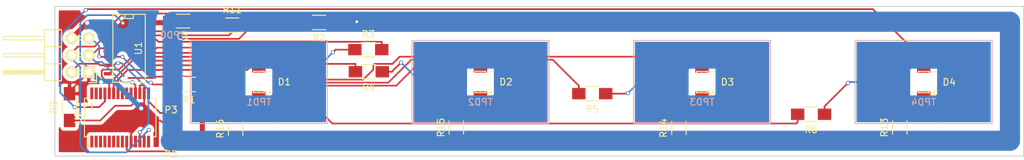
<source format=kicad_pcb>
(kicad_pcb (version 4) (host pcbnew 4.0.4-stable)

  (general
    (links 60)
    (no_connects 0)
    (area 93.445599 74.8174 247.356002 100.703)
    (thickness 1.6)
    (drawings 4)
    (tracks 327)
    (zones 0)
    (modules 27)
    (nets 44)
  )

  (page A4)
  (layers
    (0 F.Cu signal)
    (31 B.Cu signal)
    (32 B.Adhes user)
    (33 F.Adhes user)
    (34 B.Paste user)
    (35 F.Paste user)
    (36 B.SilkS user)
    (37 F.SilkS user)
    (38 B.Mask user)
    (39 F.Mask user)
    (40 Dwgs.User user)
    (41 Cmts.User user)
    (42 Eco1.User user)
    (43 Eco2.User user)
    (44 Edge.Cuts user)
    (45 Margin user)
    (46 B.CrtYd user)
    (47 F.CrtYd user)
    (48 B.Fab user)
    (49 F.Fab user)
  )

  (setup
    (last_trace_width 0.25)
    (trace_clearance 0.2)
    (zone_clearance 0.508)
    (zone_45_only no)
    (trace_min 0.2)
    (segment_width 0.2)
    (edge_width 0.15)
    (via_size 0.6)
    (via_drill 0.4)
    (via_min_size 0.4)
    (via_min_drill 0.3)
    (uvia_size 0.3)
    (uvia_drill 0.1)
    (uvias_allowed no)
    (uvia_min_size 0.2)
    (uvia_min_drill 0.1)
    (pcb_text_width 0.3)
    (pcb_text_size 1.5 1.5)
    (mod_edge_width 0.15)
    (mod_text_size 1 1)
    (mod_text_width 0.15)
    (pad_size 20 12)
    (pad_drill 3)
    (pad_to_mask_clearance 0.2)
    (aux_axis_origin 0 0)
    (visible_elements FFFFFF7F)
    (pcbplotparams
      (layerselection 0x00030_80000001)
      (usegerberextensions false)
      (excludeedgelayer true)
      (linewidth 0.100000)
      (plotframeref false)
      (viasonmask false)
      (mode 1)
      (useauxorigin false)
      (hpglpennumber 1)
      (hpglpenspeed 20)
      (hpglpendiameter 15)
      (hpglpenoverlay 2)
      (psnegative false)
      (psa4output false)
      (plotreference true)
      (plotvalue true)
      (plotinvisibletext false)
      (padsonsilk false)
      (subtractmaskfromsilk false)
      (outputformat 1)
      (mirror false)
      (drillshape 1)
      (scaleselection 1)
      (outputdirectory ""))
  )

  (net 0 "")
  (net 1 GND)
  (net 2 /I2C_SCL)
  (net 3 /TOUCH_RST)
  (net 4 /I2C_SDA)
  (net 5 /TOUCH_CHG)
  (net 6 +3V3)
  (net 7 "Net-(R2-Pad2)")
  (net 8 "Net-(R3-Pad2)")
  (net 9 "Net-(R4-Pad2)")
  (net 10 "Net-(R5-Pad2)")
  (net 11 "Net-(R6-Pad2)")
  (net 12 "Net-(U2-Pad1)")
  (net 13 "Net-(U2-Pad2)")
  (net 14 "Net-(U2-Pad3)")
  (net 15 "Net-(U2-Pad4)")
  (net 16 "Net-(U2-Pad5)")
  (net 17 "Net-(U2-Pad6)")
  (net 18 "Net-(U2-Pad7)")
  (net 19 "Net-(U2-Pad8)")
  (net 20 "Net-(U2-Pad11)")
  (net 21 "Net-(U2-Pad14)")
  (net 22 "Net-(U2-Pad19)")
  (net 23 "Net-(U2-Pad20)")
  (net 24 "Net-(D4-Pad2)")
  (net 25 "Net-(D3-Pad2)")
  (net 26 "Net-(D2-Pad2)")
  (net 27 "Net-(D1-Pad2)")
  (net 28 "Net-(U2-Pad21)")
  (net 29 "Net-(D1-Pad1)")
  (net 30 "Net-(D2-Pad1)")
  (net 31 "Net-(D3-Pad1)")
  (net 32 "Net-(D4-Pad1)")
  (net 33 "Net-(U2-Pad28)")
  (net 34 /GUARD)
  (net 35 /TOUCH1)
  (net 36 /TOUCH2)
  (net 37 /TOUCH3)
  (net 38 /TOUCH4)
  (net 39 "Net-(U1-Pad7)")
  (net 40 "Net-(U1-Pad8)")
  (net 41 "Net-(U2-Pad26)")
  (net 42 "Net-(U2-Pad27)")
  (net 43 "Net-(P2-Pad1)")

  (net_class Default "This is the default net class."
    (clearance 0.2)
    (trace_width 0.25)
    (via_dia 0.6)
    (via_drill 0.4)
    (uvia_dia 0.3)
    (uvia_drill 0.1)
    (add_net /I2C_SCL)
    (add_net /I2C_SDA)
    (add_net /TOUCH1)
    (add_net /TOUCH2)
    (add_net /TOUCH3)
    (add_net /TOUCH4)
    (add_net /TOUCH_CHG)
    (add_net /TOUCH_RST)
    (add_net "Net-(D1-Pad1)")
    (add_net "Net-(D1-Pad2)")
    (add_net "Net-(D2-Pad1)")
    (add_net "Net-(D2-Pad2)")
    (add_net "Net-(D3-Pad1)")
    (add_net "Net-(D3-Pad2)")
    (add_net "Net-(D4-Pad1)")
    (add_net "Net-(D4-Pad2)")
    (add_net "Net-(P2-Pad1)")
    (add_net "Net-(R2-Pad2)")
    (add_net "Net-(R3-Pad2)")
    (add_net "Net-(R4-Pad2)")
    (add_net "Net-(R5-Pad2)")
    (add_net "Net-(R6-Pad2)")
    (add_net "Net-(U1-Pad7)")
    (add_net "Net-(U1-Pad8)")
    (add_net "Net-(U2-Pad1)")
    (add_net "Net-(U2-Pad11)")
    (add_net "Net-(U2-Pad14)")
    (add_net "Net-(U2-Pad19)")
    (add_net "Net-(U2-Pad2)")
    (add_net "Net-(U2-Pad20)")
    (add_net "Net-(U2-Pad21)")
    (add_net "Net-(U2-Pad26)")
    (add_net "Net-(U2-Pad27)")
    (add_net "Net-(U2-Pad28)")
    (add_net "Net-(U2-Pad3)")
    (add_net "Net-(U2-Pad4)")
    (add_net "Net-(U2-Pad5)")
    (add_net "Net-(U2-Pad6)")
    (add_net "Net-(U2-Pad7)")
    (add_net "Net-(U2-Pad8)")
  )

  (net_class Guard ""
    (clearance 1)
    (trace_width 1)
    (via_dia 0.6)
    (via_drill 0.4)
    (uvia_dia 0.3)
    (uvia_drill 0.1)
    (add_net /GUARD)
  )

  (net_class Power ""
    (clearance 0.2)
    (trace_width 0.75)
    (via_dia 1)
    (via_drill 0.6)
    (uvia_dia 0.3)
    (uvia_drill 0.1)
    (add_net +3V3)
    (add_net GND)
  )

  (module SMD_Packages:SOIC-14_N (layer F.Cu) (tedit 0) (tstamp 57FE5B88)
    (at 113.792 82.9564 270)
    (descr "Module CMS SOJ 14 pins Large")
    (tags "CMS SOJ")
    (path /57FE3ED0)
    (attr smd)
    (fp_text reference U1 (at 0 -1.27 270) (layer F.SilkS)
      (effects (font (size 1 1) (thickness 0.15)))
    )
    (fp_text value AT42QT1070 (at 0 1.27 270) (layer F.Fab)
      (effects (font (size 1 1) (thickness 0.15)))
    )
    (fp_line (start 5.08 -2.286) (end 5.08 2.54) (layer F.SilkS) (width 0.15))
    (fp_line (start 5.08 2.54) (end -5.08 2.54) (layer F.SilkS) (width 0.15))
    (fp_line (start -5.08 2.54) (end -5.08 -2.286) (layer F.SilkS) (width 0.15))
    (fp_line (start -5.08 -2.286) (end 5.08 -2.286) (layer F.SilkS) (width 0.15))
    (fp_line (start -5.08 -0.508) (end -4.445 -0.508) (layer F.SilkS) (width 0.15))
    (fp_line (start -4.445 -0.508) (end -4.445 0.762) (layer F.SilkS) (width 0.15))
    (fp_line (start -4.445 0.762) (end -5.08 0.762) (layer F.SilkS) (width 0.15))
    (pad 1 smd rect (at -3.81 3.302 270) (size 0.508 1.143) (layers F.Cu F.Paste F.Mask)
      (net 6 +3V3))
    (pad 2 smd rect (at -2.54 3.302 270) (size 0.508 1.143) (layers F.Cu F.Paste F.Mask)
      (net 1 GND))
    (pad 3 smd rect (at -1.27 3.302 270) (size 0.508 1.143) (layers F.Cu F.Paste F.Mask)
      (net 4 /I2C_SDA))
    (pad 4 smd rect (at 0 3.302 270) (size 0.508 1.143) (layers F.Cu F.Paste F.Mask)
      (net 3 /TOUCH_RST))
    (pad 5 smd rect (at 1.27 3.302 270) (size 0.508 1.143) (layers F.Cu F.Paste F.Mask)
      (net 5 /TOUCH_CHG))
    (pad 6 smd rect (at 2.54 3.302 270) (size 0.508 1.143) (layers F.Cu F.Paste F.Mask)
      (net 2 /I2C_SCL))
    (pad 7 smd rect (at 3.81 3.302 270) (size 0.508 1.143) (layers F.Cu F.Paste F.Mask)
      (net 39 "Net-(U1-Pad7)"))
    (pad 8 smd rect (at 3.81 -3.048 270) (size 0.508 1.143) (layers F.Cu F.Paste F.Mask)
      (net 40 "Net-(U1-Pad8)"))
    (pad 9 smd rect (at 2.54 -3.048 270) (size 0.508 1.143) (layers F.Cu F.Paste F.Mask)
      (net 11 "Net-(R6-Pad2)"))
    (pad 11 smd rect (at 0 -3.048 270) (size 0.508 1.143) (layers F.Cu F.Paste F.Mask)
      (net 9 "Net-(R4-Pad2)"))
    (pad 12 smd rect (at -1.27 -3.048 270) (size 0.508 1.143) (layers F.Cu F.Paste F.Mask)
      (net 8 "Net-(R3-Pad2)"))
    (pad 13 smd rect (at -2.54 -3.048 270) (size 0.508 1.143) (layers F.Cu F.Paste F.Mask)
      (net 7 "Net-(R2-Pad2)"))
    (pad 14 smd rect (at -3.81 -3.048 270) (size 0.508 1.143) (layers F.Cu F.Paste F.Mask)
      (net 1 GND))
    (pad 10 smd rect (at 1.27 -3.048 270) (size 0.508 1.143) (layers F.Cu F.Paste F.Mask)
      (net 10 "Net-(R5-Pad2)"))
    (model SMD_Packages.3dshapes/SOIC-14_N.wrl
      (at (xyz 0 0 0))
      (scale (xyz 0.5 0.4 0.5))
      (rotate (xyz 0 0 0))
    )
  )

  (module Pin_Headers:Pin_Header_Angled_2x03 (layer F.Cu) (tedit 0) (tstamp 57FE5C93)
    (at 107.6706 86.5378 180)
    (descr "Through hole pin header")
    (tags "pin header")
    (path /57FE5C27)
    (fp_text reference P1 (at 0 -5.1 180) (layer F.SilkS)
      (effects (font (size 1 1) (thickness 0.15)))
    )
    (fp_text value CONN_02X03 (at 0 -3.1 180) (layer F.Fab)
      (effects (font (size 1 1) (thickness 0.15)))
    )
    (fp_line (start -1.35 -1.75) (end -1.35 6.85) (layer F.CrtYd) (width 0.05))
    (fp_line (start 13.2 -1.75) (end 13.2 6.85) (layer F.CrtYd) (width 0.05))
    (fp_line (start -1.35 -1.75) (end 13.2 -1.75) (layer F.CrtYd) (width 0.05))
    (fp_line (start -1.35 6.85) (end 13.2 6.85) (layer F.CrtYd) (width 0.05))
    (fp_line (start 1.524 5.334) (end 1.016 5.334) (layer F.SilkS) (width 0.15))
    (fp_line (start 1.524 4.826) (end 1.016 4.826) (layer F.SilkS) (width 0.15))
    (fp_line (start 1.524 2.794) (end 1.016 2.794) (layer F.SilkS) (width 0.15))
    (fp_line (start 1.524 2.286) (end 1.016 2.286) (layer F.SilkS) (width 0.15))
    (fp_line (start 1.524 0.254) (end 1.016 0.254) (layer F.SilkS) (width 0.15))
    (fp_line (start 1.524 -0.254) (end 1.016 -0.254) (layer F.SilkS) (width 0.15))
    (fp_line (start 4.064 2.286) (end 3.556 2.286) (layer F.SilkS) (width 0.15))
    (fp_line (start 4.064 2.794) (end 3.556 2.794) (layer F.SilkS) (width 0.15))
    (fp_line (start 4.064 4.826) (end 3.556 4.826) (layer F.SilkS) (width 0.15))
    (fp_line (start 4.064 5.334) (end 3.556 5.334) (layer F.SilkS) (width 0.15))
    (fp_line (start 4.064 -0.254) (end 3.556 -0.254) (layer F.SilkS) (width 0.15))
    (fp_line (start 4.064 0.254) (end 3.556 0.254) (layer F.SilkS) (width 0.15))
    (fp_line (start 0 -1.55) (end -1.15 -1.55) (layer F.SilkS) (width 0.15))
    (fp_line (start -1.15 -1.55) (end -1.15 0) (layer F.SilkS) (width 0.15))
    (fp_line (start 6.604 -0.127) (end 12.573 -0.127) (layer F.SilkS) (width 0.15))
    (fp_line (start 12.573 -0.127) (end 12.573 0.127) (layer F.SilkS) (width 0.15))
    (fp_line (start 12.573 0.127) (end 6.731 0.127) (layer F.SilkS) (width 0.15))
    (fp_line (start 6.731 0.127) (end 6.731 0) (layer F.SilkS) (width 0.15))
    (fp_line (start 6.731 0) (end 12.573 0) (layer F.SilkS) (width 0.15))
    (fp_line (start 4.064 1.27) (end 4.064 3.81) (layer F.SilkS) (width 0.15))
    (fp_line (start 4.064 3.81) (end 6.604 3.81) (layer F.SilkS) (width 0.15))
    (fp_line (start 6.604 2.286) (end 12.7 2.286) (layer F.SilkS) (width 0.15))
    (fp_line (start 12.7 2.286) (end 12.7 2.794) (layer F.SilkS) (width 0.15))
    (fp_line (start 12.7 2.794) (end 6.604 2.794) (layer F.SilkS) (width 0.15))
    (fp_line (start 6.604 3.81) (end 6.604 1.27) (layer F.SilkS) (width 0.15))
    (fp_line (start 4.064 6.35) (end 6.604 6.35) (layer F.SilkS) (width 0.15))
    (fp_line (start 6.604 6.35) (end 6.604 3.81) (layer F.SilkS) (width 0.15))
    (fp_line (start 12.7 5.334) (end 6.604 5.334) (layer F.SilkS) (width 0.15))
    (fp_line (start 12.7 4.826) (end 12.7 5.334) (layer F.SilkS) (width 0.15))
    (fp_line (start 6.604 4.826) (end 12.7 4.826) (layer F.SilkS) (width 0.15))
    (fp_line (start 4.064 6.35) (end 6.604 6.35) (layer F.SilkS) (width 0.15))
    (fp_line (start 4.064 3.81) (end 4.064 6.35) (layer F.SilkS) (width 0.15))
    (fp_line (start 4.064 3.81) (end 6.604 3.81) (layer F.SilkS) (width 0.15))
    (fp_line (start 4.064 1.27) (end 6.604 1.27) (layer F.SilkS) (width 0.15))
    (fp_line (start 6.604 1.27) (end 6.604 -1.27) (layer F.SilkS) (width 0.15))
    (fp_line (start 12.7 0.254) (end 6.604 0.254) (layer F.SilkS) (width 0.15))
    (fp_line (start 12.7 -0.254) (end 12.7 0.254) (layer F.SilkS) (width 0.15))
    (fp_line (start 6.604 -0.254) (end 12.7 -0.254) (layer F.SilkS) (width 0.15))
    (fp_line (start 4.064 1.27) (end 6.604 1.27) (layer F.SilkS) (width 0.15))
    (fp_line (start 4.064 -1.27) (end 4.064 1.27) (layer F.SilkS) (width 0.15))
    (fp_line (start 4.064 -1.27) (end 6.604 -1.27) (layer F.SilkS) (width 0.15))
    (pad 1 thru_hole rect (at 0 0 180) (size 1.7272 1.7272) (drill 1.016) (layers *.Cu *.Mask F.SilkS)
      (net 1 GND))
    (pad 2 thru_hole oval (at 2.54 0 180) (size 1.7272 1.7272) (drill 1.016) (layers *.Cu *.Mask F.SilkS)
      (net 2 /I2C_SCL))
    (pad 3 thru_hole oval (at 0 2.54 180) (size 1.7272 1.7272) (drill 1.016) (layers *.Cu *.Mask F.SilkS)
      (net 3 /TOUCH_RST))
    (pad 4 thru_hole oval (at 2.54 2.54 180) (size 1.7272 1.7272) (drill 1.016) (layers *.Cu *.Mask F.SilkS)
      (net 4 /I2C_SDA))
    (pad 5 thru_hole oval (at 0 5.08 180) (size 1.7272 1.7272) (drill 1.016) (layers *.Cu *.Mask F.SilkS)
      (net 5 /TOUCH_CHG))
    (pad 6 thru_hole oval (at 2.54 5.08 180) (size 1.7272 1.7272) (drill 1.016) (layers *.Cu *.Mask F.SilkS)
      (net 6 +3V3))
    (model Pin_Headers.3dshapes/Pin_Header_Angled_2x03.wrl
      (at (xyz 0.05 -0.1 0))
      (scale (xyz 1 1 1))
      (rotate (xyz 0 0 90))
    )
  )

  (module Capacitors_SMD:C_1206_HandSoldering (layer F.Cu) (tedit 541A9C03) (tstamp 57FE60C7)
    (at 121.717 78.8924 180)
    (descr "Capacitor SMD 1206, hand soldering")
    (tags "capacitor 1206")
    (path /57FE6176)
    (attr smd)
    (fp_text reference C1 (at 0 -2.3 180) (layer F.SilkS)
      (effects (font (size 1 1) (thickness 0.15)))
    )
    (fp_text value C (at 0 2.3 180) (layer F.Fab)
      (effects (font (size 1 1) (thickness 0.15)))
    )
    (fp_line (start -1.6 0.8) (end -1.6 -0.8) (layer F.Fab) (width 0.15))
    (fp_line (start 1.6 0.8) (end -1.6 0.8) (layer F.Fab) (width 0.15))
    (fp_line (start 1.6 -0.8) (end 1.6 0.8) (layer F.Fab) (width 0.15))
    (fp_line (start -1.6 -0.8) (end 1.6 -0.8) (layer F.Fab) (width 0.15))
    (fp_line (start -3.3 -1.15) (end 3.3 -1.15) (layer F.CrtYd) (width 0.05))
    (fp_line (start -3.3 1.15) (end 3.3 1.15) (layer F.CrtYd) (width 0.05))
    (fp_line (start -3.3 -1.15) (end -3.3 1.15) (layer F.CrtYd) (width 0.05))
    (fp_line (start 3.3 -1.15) (end 3.3 1.15) (layer F.CrtYd) (width 0.05))
    (fp_line (start 1 -1.025) (end -1 -1.025) (layer F.SilkS) (width 0.15))
    (fp_line (start -1 1.025) (end 1 1.025) (layer F.SilkS) (width 0.15))
    (pad 1 smd rect (at -2 0 180) (size 2 1.6) (layers F.Cu F.Paste F.Mask)
      (net 6 +3V3))
    (pad 2 smd rect (at 2 0 180) (size 2 1.6) (layers F.Cu F.Paste F.Mask)
      (net 1 GND))
    (model Capacitors_SMD.3dshapes/C_1206_HandSoldering.wrl
      (at (xyz 0 0 0))
      (scale (xyz 1 1 1))
      (rotate (xyz 0 0 0))
    )
  )

  (module Resistors_SMD:R_1206_HandSoldering (layer F.Cu) (tedit 5418A20D) (tstamp 57FE60D6)
    (at 122.58 88.3666 180)
    (descr "Resistor SMD 1206, hand soldering")
    (tags "resistor 1206")
    (path /57FF9B61)
    (attr smd)
    (fp_text reference R1 (at 0 -2.3 180) (layer F.SilkS)
      (effects (font (size 1 1) (thickness 0.15)))
    )
    (fp_text value 4.7k (at 0 2.3 180) (layer F.Fab)
      (effects (font (size 1 1) (thickness 0.15)))
    )
    (fp_line (start -3.3 -1.2) (end 3.3 -1.2) (layer F.CrtYd) (width 0.05))
    (fp_line (start -3.3 1.2) (end 3.3 1.2) (layer F.CrtYd) (width 0.05))
    (fp_line (start -3.3 -1.2) (end -3.3 1.2) (layer F.CrtYd) (width 0.05))
    (fp_line (start 3.3 -1.2) (end 3.3 1.2) (layer F.CrtYd) (width 0.05))
    (fp_line (start 1 1.075) (end -1 1.075) (layer F.SilkS) (width 0.15))
    (fp_line (start -1 -1.075) (end 1 -1.075) (layer F.SilkS) (width 0.15))
    (pad 1 smd rect (at -2 0 180) (size 2 1.7) (layers F.Cu F.Paste F.Mask)
      (net 6 +3V3))
    (pad 2 smd rect (at 2 0 180) (size 2 1.7) (layers F.Cu F.Paste F.Mask)
      (net 5 /TOUCH_CHG))
    (model Resistors_SMD.3dshapes/R_1206_HandSoldering.wrl
      (at (xyz 0 0 0))
      (scale (xyz 1 1 1))
      (rotate (xyz 0 0 0))
    )
  )

  (module Resistors_SMD:R_1206_HandSoldering (layer F.Cu) (tedit 5418A20D) (tstamp 57FE60E1)
    (at 141.961 79.0956 180)
    (descr "Resistor SMD 1206, hand soldering")
    (tags "resistor 1206")
    (path /57FE4046)
    (attr smd)
    (fp_text reference R2 (at 0 -2.3 180) (layer F.SilkS)
      (effects (font (size 1 1) (thickness 0.15)))
    )
    (fp_text value 4.7k-20k (at 0 2.3 180) (layer F.Fab)
      (effects (font (size 1 1) (thickness 0.15)))
    )
    (fp_line (start -3.3 -1.2) (end 3.3 -1.2) (layer F.CrtYd) (width 0.05))
    (fp_line (start -3.3 1.2) (end 3.3 1.2) (layer F.CrtYd) (width 0.05))
    (fp_line (start -3.3 -1.2) (end -3.3 1.2) (layer F.CrtYd) (width 0.05))
    (fp_line (start 3.3 -1.2) (end 3.3 1.2) (layer F.CrtYd) (width 0.05))
    (fp_line (start 1 1.075) (end -1 1.075) (layer F.SilkS) (width 0.15))
    (fp_line (start -1 -1.075) (end 1 -1.075) (layer F.SilkS) (width 0.15))
    (pad 1 smd rect (at -2 0 180) (size 2 1.7) (layers F.Cu F.Paste F.Mask)
      (net 34 /GUARD))
    (pad 2 smd rect (at 2 0 180) (size 2 1.7) (layers F.Cu F.Paste F.Mask)
      (net 7 "Net-(R2-Pad2)"))
    (model Resistors_SMD.3dshapes/R_1206_HandSoldering.wrl
      (at (xyz 0 0 0))
      (scale (xyz 1 1 1))
      (rotate (xyz 0 0 0))
    )
  )

  (module Resistors_SMD:R_1206_HandSoldering (layer F.Cu) (tedit 5418A20D) (tstamp 57FE60EC)
    (at 149.301 83.1596)
    (descr "Resistor SMD 1206, hand soldering")
    (tags "resistor 1206")
    (path /57FE4080)
    (attr smd)
    (fp_text reference R3 (at 0 -2.3) (layer F.SilkS)
      (effects (font (size 1 1) (thickness 0.15)))
    )
    (fp_text value 4.7k (at 0 2.3) (layer F.Fab)
      (effects (font (size 1 1) (thickness 0.15)))
    )
    (fp_line (start -3.3 -1.2) (end 3.3 -1.2) (layer F.CrtYd) (width 0.05))
    (fp_line (start -3.3 1.2) (end 3.3 1.2) (layer F.CrtYd) (width 0.05))
    (fp_line (start -3.3 -1.2) (end -3.3 1.2) (layer F.CrtYd) (width 0.05))
    (fp_line (start 3.3 -1.2) (end 3.3 1.2) (layer F.CrtYd) (width 0.05))
    (fp_line (start 1 1.075) (end -1 1.075) (layer F.SilkS) (width 0.15))
    (fp_line (start -1 -1.075) (end 1 -1.075) (layer F.SilkS) (width 0.15))
    (pad 1 smd rect (at -2 0) (size 2 1.7) (layers F.Cu F.Paste F.Mask)
      (net 35 /TOUCH1))
    (pad 2 smd rect (at 2 0) (size 2 1.7) (layers F.Cu F.Paste F.Mask)
      (net 8 "Net-(R3-Pad2)"))
    (model Resistors_SMD.3dshapes/R_1206_HandSoldering.wrl
      (at (xyz 0 0 0))
      (scale (xyz 1 1 1))
      (rotate (xyz 0 0 0))
    )
  )

  (module Resistors_SMD:R_1206_HandSoldering (layer F.Cu) (tedit 5418A20D) (tstamp 57FE60F7)
    (at 149.377 86.4616 180)
    (descr "Resistor SMD 1206, hand soldering")
    (tags "resistor 1206")
    (path /57FE40A0)
    (attr smd)
    (fp_text reference R4 (at 0 -2.3 180) (layer F.SilkS)
      (effects (font (size 1 1) (thickness 0.15)))
    )
    (fp_text value 4.7k (at 0 2.3 180) (layer F.Fab)
      (effects (font (size 1 1) (thickness 0.15)))
    )
    (fp_line (start -3.3 -1.2) (end 3.3 -1.2) (layer F.CrtYd) (width 0.05))
    (fp_line (start -3.3 1.2) (end 3.3 1.2) (layer F.CrtYd) (width 0.05))
    (fp_line (start -3.3 -1.2) (end -3.3 1.2) (layer F.CrtYd) (width 0.05))
    (fp_line (start 3.3 -1.2) (end 3.3 1.2) (layer F.CrtYd) (width 0.05))
    (fp_line (start 1 1.075) (end -1 1.075) (layer F.SilkS) (width 0.15))
    (fp_line (start -1 -1.075) (end 1 -1.075) (layer F.SilkS) (width 0.15))
    (pad 1 smd rect (at -2 0 180) (size 2 1.7) (layers F.Cu F.Paste F.Mask)
      (net 36 /TOUCH2))
    (pad 2 smd rect (at 2 0 180) (size 2 1.7) (layers F.Cu F.Paste F.Mask)
      (net 9 "Net-(R4-Pad2)"))
    (model Resistors_SMD.3dshapes/R_1206_HandSoldering.wrl
      (at (xyz 0 0 0))
      (scale (xyz 1 1 1))
      (rotate (xyz 0 0 0))
    )
  )

  (module Resistors_SMD:R_1206_HandSoldering (layer F.Cu) (tedit 5418A20D) (tstamp 57FE6102)
    (at 182.651 89.7382 180)
    (descr "Resistor SMD 1206, hand soldering")
    (tags "resistor 1206")
    (path /57FE40C4)
    (attr smd)
    (fp_text reference R5 (at 0 -2.3 180) (layer F.SilkS)
      (effects (font (size 1 1) (thickness 0.15)))
    )
    (fp_text value 4.7k (at 0 2.3 180) (layer F.Fab)
      (effects (font (size 1 1) (thickness 0.15)))
    )
    (fp_line (start -3.3 -1.2) (end 3.3 -1.2) (layer F.CrtYd) (width 0.05))
    (fp_line (start -3.3 1.2) (end 3.3 1.2) (layer F.CrtYd) (width 0.05))
    (fp_line (start -3.3 -1.2) (end -3.3 1.2) (layer F.CrtYd) (width 0.05))
    (fp_line (start 3.3 -1.2) (end 3.3 1.2) (layer F.CrtYd) (width 0.05))
    (fp_line (start 1 1.075) (end -1 1.075) (layer F.SilkS) (width 0.15))
    (fp_line (start -1 -1.075) (end 1 -1.075) (layer F.SilkS) (width 0.15))
    (pad 1 smd rect (at -2 0 180) (size 2 1.7) (layers F.Cu F.Paste F.Mask)
      (net 37 /TOUCH3))
    (pad 2 smd rect (at 2 0 180) (size 2 1.7) (layers F.Cu F.Paste F.Mask)
      (net 10 "Net-(R5-Pad2)"))
    (model Resistors_SMD.3dshapes/R_1206_HandSoldering.wrl
      (at (xyz 0 0 0))
      (scale (xyz 1 1 1))
      (rotate (xyz 0 0 0))
    )
  )

  (module Resistors_SMD:R_1206_HandSoldering (layer F.Cu) (tedit 5418A20D) (tstamp 57FE610D)
    (at 215.24 92.8116 180)
    (descr "Resistor SMD 1206, hand soldering")
    (tags "resistor 1206")
    (path /57FE40EA)
    (attr smd)
    (fp_text reference R6 (at 0 -2.3 180) (layer F.SilkS)
      (effects (font (size 1 1) (thickness 0.15)))
    )
    (fp_text value 4.7k (at 0 2.3 180) (layer F.Fab)
      (effects (font (size 1 1) (thickness 0.15)))
    )
    (fp_line (start -3.3 -1.2) (end 3.3 -1.2) (layer F.CrtYd) (width 0.05))
    (fp_line (start -3.3 1.2) (end 3.3 1.2) (layer F.CrtYd) (width 0.05))
    (fp_line (start -3.3 -1.2) (end -3.3 1.2) (layer F.CrtYd) (width 0.05))
    (fp_line (start 3.3 -1.2) (end 3.3 1.2) (layer F.CrtYd) (width 0.05))
    (fp_line (start 1 1.075) (end -1 1.075) (layer F.SilkS) (width 0.15))
    (fp_line (start -1 -1.075) (end 1 -1.075) (layer F.SilkS) (width 0.15))
    (pad 1 smd rect (at -2 0 180) (size 2 1.7) (layers F.Cu F.Paste F.Mask)
      (net 38 /TOUCH4))
    (pad 2 smd rect (at 2 0 180) (size 2 1.7) (layers F.Cu F.Paste F.Mask)
      (net 11 "Net-(R6-Pad2)"))
    (model Resistors_SMD.3dshapes/R_1206_HandSoldering.wrl
      (at (xyz 0 0 0))
      (scale (xyz 1 1 1))
      (rotate (xyz 0 0 0))
    )
  )

  (module Resistors_SMD:R_1206_HandSoldering (layer F.Cu) (tedit 5418A20D) (tstamp 57FE612E)
    (at 104.8 91.7448 90)
    (descr "Resistor SMD 1206, hand soldering")
    (tags "resistor 1206")
    (path /57FE65D7)
    (attr smd)
    (fp_text reference R9 (at 0 -2.3 90) (layer F.SilkS)
      (effects (font (size 1 1) (thickness 0.15)))
    )
    (fp_text value 47k (at 0 2.3 90) (layer F.Fab)
      (effects (font (size 1 1) (thickness 0.15)))
    )
    (fp_line (start -3.3 -1.2) (end 3.3 -1.2) (layer F.CrtYd) (width 0.05))
    (fp_line (start -3.3 1.2) (end 3.3 1.2) (layer F.CrtYd) (width 0.05))
    (fp_line (start -3.3 -1.2) (end -3.3 1.2) (layer F.CrtYd) (width 0.05))
    (fp_line (start 3.3 -1.2) (end 3.3 1.2) (layer F.CrtYd) (width 0.05))
    (fp_line (start 1 1.075) (end -1 1.075) (layer F.SilkS) (width 0.15))
    (fp_line (start -1 -1.075) (end 1 -1.075) (layer F.SilkS) (width 0.15))
    (pad 1 smd rect (at -2 0 90) (size 2 1.7) (layers F.Cu F.Paste F.Mask)
      (net 3 /TOUCH_RST))
    (pad 2 smd rect (at 2 0 90) (size 2 1.7) (layers F.Cu F.Paste F.Mask)
      (net 1 GND))
    (model Resistors_SMD.3dshapes/R_1206_HandSoldering.wrl
      (at (xyz 0 0 0))
      (scale (xyz 1 1 1))
      (rotate (xyz 0 0 0))
    )
  )

  (module Resistors_SMD:R_1206_HandSoldering (layer F.Cu) (tedit 5418A20D) (tstamp 57FF83FE)
    (at 129.032 79.502)
    (descr "Resistor SMD 1206, hand soldering")
    (tags "resistor 1206")
    (path /57FE3F7C)
    (attr smd)
    (fp_text reference R11 (at 0 -2.3) (layer F.SilkS)
      (effects (font (size 1 1) (thickness 0.15)))
    )
    (fp_text value 4.7k (at 0 2.3) (layer F.Fab)
      (effects (font (size 1 1) (thickness 0.15)))
    )
    (fp_line (start -3.3 -1.2) (end 3.3 -1.2) (layer F.CrtYd) (width 0.05))
    (fp_line (start -3.3 1.2) (end 3.3 1.2) (layer F.CrtYd) (width 0.05))
    (fp_line (start -3.3 -1.2) (end -3.3 1.2) (layer F.CrtYd) (width 0.05))
    (fp_line (start 3.3 -1.2) (end 3.3 1.2) (layer F.CrtYd) (width 0.05))
    (fp_line (start 1 1.075) (end -1 1.075) (layer F.SilkS) (width 0.15))
    (fp_line (start -1 -1.075) (end 1 -1.075) (layer F.SilkS) (width 0.15))
    (pad 1 smd rect (at -2 0) (size 2 1.7) (layers F.Cu F.Paste F.Mask)
      (net 6 +3V3))
    (pad 2 smd rect (at 2 0) (size 2 1.7) (layers F.Cu F.Paste F.Mask)
      (net 4 /I2C_SDA))
    (model Resistors_SMD.3dshapes/R_1206_HandSoldering.wrl
      (at (xyz 0 0 0))
      (scale (xyz 1 1 1))
      (rotate (xyz 0 0 0))
    )
  )

  (module Resistors_SMD:R_1206_HandSoldering (layer F.Cu) (tedit 5418A20D) (tstamp 57FF84C2)
    (at 228.448 94.7928 90)
    (descr "Resistor SMD 1206, hand soldering")
    (tags "resistor 1206")
    (path /57FE7AAF)
    (attr smd)
    (fp_text reference R13 (at 0 -2.3 90) (layer F.SilkS)
      (effects (font (size 1 1) (thickness 0.15)))
    )
    (fp_text value 1.2k (at 0 2.3 90) (layer F.Fab)
      (effects (font (size 1 1) (thickness 0.15)))
    )
    (fp_line (start -3.3 -1.2) (end 3.3 -1.2) (layer F.CrtYd) (width 0.05))
    (fp_line (start -3.3 1.2) (end 3.3 1.2) (layer F.CrtYd) (width 0.05))
    (fp_line (start -3.3 -1.2) (end -3.3 1.2) (layer F.CrtYd) (width 0.05))
    (fp_line (start 3.3 -1.2) (end 3.3 1.2) (layer F.CrtYd) (width 0.05))
    (fp_line (start 1 1.075) (end -1 1.075) (layer F.SilkS) (width 0.15))
    (fp_line (start -1 -1.075) (end 1 -1.075) (layer F.SilkS) (width 0.15))
    (pad 1 smd rect (at -2 0 90) (size 2 1.7) (layers F.Cu F.Paste F.Mask)
      (net 6 +3V3))
    (pad 2 smd rect (at 2 0 90) (size 2 1.7) (layers F.Cu F.Paste F.Mask)
      (net 24 "Net-(D4-Pad2)"))
    (model Resistors_SMD.3dshapes/R_1206_HandSoldering.wrl
      (at (xyz 0 0 0))
      (scale (xyz 1 1 1))
      (rotate (xyz 0 0 0))
    )
  )

  (module Resistors_SMD:R_1206_HandSoldering (layer F.Cu) (tedit 5418A20D) (tstamp 57FF84C8)
    (at 195.555 94.869 90)
    (descr "Resistor SMD 1206, hand soldering")
    (tags "resistor 1206")
    (path /57FE7B16)
    (attr smd)
    (fp_text reference R14 (at 0 -2.3 90) (layer F.SilkS)
      (effects (font (size 1 1) (thickness 0.15)))
    )
    (fp_text value 1.2k (at 0 2.3 90) (layer F.Fab)
      (effects (font (size 1 1) (thickness 0.15)))
    )
    (fp_line (start -3.3 -1.2) (end 3.3 -1.2) (layer F.CrtYd) (width 0.05))
    (fp_line (start -3.3 1.2) (end 3.3 1.2) (layer F.CrtYd) (width 0.05))
    (fp_line (start -3.3 -1.2) (end -3.3 1.2) (layer F.CrtYd) (width 0.05))
    (fp_line (start 3.3 -1.2) (end 3.3 1.2) (layer F.CrtYd) (width 0.05))
    (fp_line (start 1 1.075) (end -1 1.075) (layer F.SilkS) (width 0.15))
    (fp_line (start -1 -1.075) (end 1 -1.075) (layer F.SilkS) (width 0.15))
    (pad 1 smd rect (at -2 0 90) (size 2 1.7) (layers F.Cu F.Paste F.Mask)
      (net 6 +3V3))
    (pad 2 smd rect (at 2 0 90) (size 2 1.7) (layers F.Cu F.Paste F.Mask)
      (net 25 "Net-(D3-Pad2)"))
    (model Resistors_SMD.3dshapes/R_1206_HandSoldering.wrl
      (at (xyz 0 0 0))
      (scale (xyz 1 1 1))
      (rotate (xyz 0 0 0))
    )
  )

  (module Resistors_SMD:R_1206_HandSoldering (layer F.Cu) (tedit 5418A20D) (tstamp 57FF84CE)
    (at 162.408 94.7928 90)
    (descr "Resistor SMD 1206, hand soldering")
    (tags "resistor 1206")
    (path /57FE7B80)
    (attr smd)
    (fp_text reference R15 (at 0 -2.3 90) (layer F.SilkS)
      (effects (font (size 1 1) (thickness 0.15)))
    )
    (fp_text value 1.2k (at 0 2.3 90) (layer F.Fab)
      (effects (font (size 1 1) (thickness 0.15)))
    )
    (fp_line (start -3.3 -1.2) (end 3.3 -1.2) (layer F.CrtYd) (width 0.05))
    (fp_line (start -3.3 1.2) (end 3.3 1.2) (layer F.CrtYd) (width 0.05))
    (fp_line (start -3.3 -1.2) (end -3.3 1.2) (layer F.CrtYd) (width 0.05))
    (fp_line (start 3.3 -1.2) (end 3.3 1.2) (layer F.CrtYd) (width 0.05))
    (fp_line (start 1 1.075) (end -1 1.075) (layer F.SilkS) (width 0.15))
    (fp_line (start -1 -1.075) (end 1 -1.075) (layer F.SilkS) (width 0.15))
    (pad 1 smd rect (at -2 0 90) (size 2 1.7) (layers F.Cu F.Paste F.Mask)
      (net 6 +3V3))
    (pad 2 smd rect (at 2 0 90) (size 2 1.7) (layers F.Cu F.Paste F.Mask)
      (net 26 "Net-(D2-Pad2)"))
    (model Resistors_SMD.3dshapes/R_1206_HandSoldering.wrl
      (at (xyz 0 0 0))
      (scale (xyz 1 1 1))
      (rotate (xyz 0 0 0))
    )
  )

  (module Resistors_SMD:R_1206_HandSoldering (layer F.Cu) (tedit 5418A20D) (tstamp 57FF84D4)
    (at 129.54 94.9706 90)
    (descr "Resistor SMD 1206, hand soldering")
    (tags "resistor 1206")
    (path /57FE7BF3)
    (attr smd)
    (fp_text reference R16 (at 0 -2.3 90) (layer F.SilkS)
      (effects (font (size 1 1) (thickness 0.15)))
    )
    (fp_text value 1.2k (at 0 2.3 90) (layer F.Fab)
      (effects (font (size 1 1) (thickness 0.15)))
    )
    (fp_line (start -3.3 -1.2) (end 3.3 -1.2) (layer F.CrtYd) (width 0.05))
    (fp_line (start -3.3 1.2) (end 3.3 1.2) (layer F.CrtYd) (width 0.05))
    (fp_line (start -3.3 -1.2) (end -3.3 1.2) (layer F.CrtYd) (width 0.05))
    (fp_line (start 3.3 -1.2) (end 3.3 1.2) (layer F.CrtYd) (width 0.05))
    (fp_line (start 1 1.075) (end -1 1.075) (layer F.SilkS) (width 0.15))
    (fp_line (start -1 -1.075) (end 1 -1.075) (layer F.SilkS) (width 0.15))
    (pad 1 smd rect (at -2 0 90) (size 2 1.7) (layers F.Cu F.Paste F.Mask)
      (net 6 +3V3))
    (pad 2 smd rect (at 2 0 90) (size 2 1.7) (layers F.Cu F.Paste F.Mask)
      (net 27 "Net-(D1-Pad2)"))
    (model Resistors_SMD.3dshapes/R_1206_HandSoldering.wrl
      (at (xyz 0 0 0))
      (scale (xyz 1 1 1))
      (rotate (xyz 0 0 0))
    )
  )

  (module Housings_SSOP:SSOP-28_5.3x10.2mm_Pitch0.65mm (layer F.Cu) (tedit 54130A77) (tstamp 57FF84E1)
    (at 112.344 93.2942 90)
    (descr "28-Lead Plastic Shrink Small Outline (SS)-5.30 mm Body [SSOP] (see Microchip Packaging Specification 00000049BS.pdf)")
    (tags "SSOP 0.65")
    (path /57FE8AAA)
    (attr smd)
    (fp_text reference U2 (at 0 -6.25 90) (layer F.SilkS)
      (effects (font (size 1 1) (thickness 0.15)))
    )
    (fp_text value MCP23017 (at 0 6.25 90) (layer F.Fab)
      (effects (font (size 1 1) (thickness 0.15)))
    )
    (fp_line (start -1.65 -5.1) (end 2.65 -5.1) (layer F.Fab) (width 0.15))
    (fp_line (start 2.65 -5.1) (end 2.65 5.1) (layer F.Fab) (width 0.15))
    (fp_line (start 2.65 5.1) (end -2.65 5.1) (layer F.Fab) (width 0.15))
    (fp_line (start -2.65 5.1) (end -2.65 -4.1) (layer F.Fab) (width 0.15))
    (fp_line (start -2.65 -4.1) (end -1.65 -5.1) (layer F.Fab) (width 0.15))
    (fp_line (start -4.75 -5.5) (end -4.75 5.5) (layer F.CrtYd) (width 0.05))
    (fp_line (start 4.75 -5.5) (end 4.75 5.5) (layer F.CrtYd) (width 0.05))
    (fp_line (start -4.75 -5.5) (end 4.75 -5.5) (layer F.CrtYd) (width 0.05))
    (fp_line (start -4.75 5.5) (end 4.75 5.5) (layer F.CrtYd) (width 0.05))
    (fp_line (start -2.875 -5.325) (end -2.875 -4.75) (layer F.SilkS) (width 0.15))
    (fp_line (start 2.875 -5.325) (end 2.875 -4.675) (layer F.SilkS) (width 0.15))
    (fp_line (start 2.875 5.325) (end 2.875 4.675) (layer F.SilkS) (width 0.15))
    (fp_line (start -2.875 5.325) (end -2.875 4.675) (layer F.SilkS) (width 0.15))
    (fp_line (start -2.875 -5.325) (end 2.875 -5.325) (layer F.SilkS) (width 0.15))
    (fp_line (start -2.875 5.325) (end 2.875 5.325) (layer F.SilkS) (width 0.15))
    (fp_line (start -2.875 -4.75) (end -4.475 -4.75) (layer F.SilkS) (width 0.15))
    (pad 1 smd rect (at -3.6 -4.225 90) (size 1.75 0.45) (layers F.Cu F.Paste F.Mask)
      (net 12 "Net-(U2-Pad1)"))
    (pad 2 smd rect (at -3.6 -3.575 90) (size 1.75 0.45) (layers F.Cu F.Paste F.Mask)
      (net 13 "Net-(U2-Pad2)"))
    (pad 3 smd rect (at -3.6 -2.925 90) (size 1.75 0.45) (layers F.Cu F.Paste F.Mask)
      (net 14 "Net-(U2-Pad3)"))
    (pad 4 smd rect (at -3.6 -2.275 90) (size 1.75 0.45) (layers F.Cu F.Paste F.Mask)
      (net 15 "Net-(U2-Pad4)"))
    (pad 5 smd rect (at -3.6 -1.625 90) (size 1.75 0.45) (layers F.Cu F.Paste F.Mask)
      (net 16 "Net-(U2-Pad5)"))
    (pad 6 smd rect (at -3.6 -0.975 90) (size 1.75 0.45) (layers F.Cu F.Paste F.Mask)
      (net 17 "Net-(U2-Pad6)"))
    (pad 7 smd rect (at -3.6 -0.325 90) (size 1.75 0.45) (layers F.Cu F.Paste F.Mask)
      (net 18 "Net-(U2-Pad7)"))
    (pad 8 smd rect (at -3.6 0.325 90) (size 1.75 0.45) (layers F.Cu F.Paste F.Mask)
      (net 19 "Net-(U2-Pad8)"))
    (pad 9 smd rect (at -3.6 0.975 90) (size 1.75 0.45) (layers F.Cu F.Paste F.Mask)
      (net 6 +3V3))
    (pad 10 smd rect (at -3.6 1.625 90) (size 1.75 0.45) (layers F.Cu F.Paste F.Mask)
      (net 1 GND))
    (pad 11 smd rect (at -3.6 2.275 90) (size 1.75 0.45) (layers F.Cu F.Paste F.Mask)
      (net 20 "Net-(U2-Pad11)"))
    (pad 12 smd rect (at -3.6 2.925 90) (size 1.75 0.45) (layers F.Cu F.Paste F.Mask)
      (net 2 /I2C_SCL))
    (pad 13 smd rect (at -3.6 3.575 90) (size 1.75 0.45) (layers F.Cu F.Paste F.Mask)
      (net 4 /I2C_SDA))
    (pad 14 smd rect (at -3.6 4.225 90) (size 1.75 0.45) (layers F.Cu F.Paste F.Mask)
      (net 21 "Net-(U2-Pad14)"))
    (pad 15 smd rect (at 3.6 4.225 90) (size 1.75 0.45) (layers F.Cu F.Paste F.Mask)
      (net 43 "Net-(P2-Pad1)"))
    (pad 16 smd rect (at 3.6 3.575 90) (size 1.75 0.45) (layers F.Cu F.Paste F.Mask)
      (net 1 GND))
    (pad 17 smd rect (at 3.6 2.925 90) (size 1.75 0.45) (layers F.Cu F.Paste F.Mask)
      (net 1 GND))
    (pad 18 smd rect (at 3.6 2.275 90) (size 1.75 0.45) (layers F.Cu F.Paste F.Mask)
      (net 3 /TOUCH_RST))
    (pad 19 smd rect (at 3.6 1.625 90) (size 1.75 0.45) (layers F.Cu F.Paste F.Mask)
      (net 22 "Net-(U2-Pad19)"))
    (pad 20 smd rect (at 3.6 0.975 90) (size 1.75 0.45) (layers F.Cu F.Paste F.Mask)
      (net 23 "Net-(U2-Pad20)"))
    (pad 21 smd rect (at 3.6 0.325 90) (size 1.75 0.45) (layers F.Cu F.Paste F.Mask)
      (net 28 "Net-(U2-Pad21)"))
    (pad 22 smd rect (at 3.6 -0.325 90) (size 1.75 0.45) (layers F.Cu F.Paste F.Mask)
      (net 29 "Net-(D1-Pad1)"))
    (pad 23 smd rect (at 3.6 -0.975 90) (size 1.75 0.45) (layers F.Cu F.Paste F.Mask)
      (net 30 "Net-(D2-Pad1)"))
    (pad 24 smd rect (at 3.6 -1.625 90) (size 1.75 0.45) (layers F.Cu F.Paste F.Mask)
      (net 31 "Net-(D3-Pad1)"))
    (pad 25 smd rect (at 3.6 -2.275 90) (size 1.75 0.45) (layers F.Cu F.Paste F.Mask)
      (net 32 "Net-(D4-Pad1)"))
    (pad 26 smd rect (at 3.6 -2.925 90) (size 1.75 0.45) (layers F.Cu F.Paste F.Mask)
      (net 41 "Net-(U2-Pad26)"))
    (pad 27 smd rect (at 3.6 -3.575 90) (size 1.75 0.45) (layers F.Cu F.Paste F.Mask)
      (net 42 "Net-(U2-Pad27)"))
    (pad 28 smd rect (at 3.6 -4.225 90) (size 1.75 0.45) (layers F.Cu F.Paste F.Mask)
      (net 33 "Net-(U2-Pad28)"))
    (model Housings_SSOP.3dshapes/SSOP-28_5.3x10.2mm_Pitch0.65mm.wrl
      (at (xyz 0 0 0))
      (scale (xyz 1 1 1))
      (rotate (xyz 0 0 0))
    )
  )

  (module plan44:LED1206_rev_mount (layer F.Cu) (tedit 57FF83A8) (tstamp 57FF83DE)
    (at 232.004 88.011)
    (tags LED)
    (path /57FFE599)
    (fp_text reference D4 (at 3.8 0) (layer F.SilkS)
      (effects (font (size 1 1) (thickness 0.15)))
    )
    (fp_text value Led_Small (at -2.6 0 90) (layer F.Fab) hide
      (effects (font (size 0.6 0.6) (thickness 0.15)))
    )
    (fp_text user - (at 1.6 -1.6) (layer F.SilkS)
      (effects (font (size 1 1) (thickness 0.15)))
    )
    (fp_text user + (at 1.6 1.5) (layer F.SilkS)
      (effects (font (size 1 1) (thickness 0.15)))
    )
    (fp_line (start 0.8 -1.6) (end 0.8 1.6) (layer F.SilkS) (width 0.15))
    (fp_line (start 0.8 1.6) (end -0.8 1.6) (layer F.SilkS) (width 0.15))
    (fp_line (start -0.8 1.6) (end -0.8 -1.6) (layer F.SilkS) (width 0.15))
    (fp_line (start -0.8 -1.6) (end 0.8 -1.6) (layer F.SilkS) (width 0.15))
    (pad "" np_thru_hole circle (at 0 0) (size 2.8 2.8) (drill 2.8) (layers *.Cu *.Mask))
    (pad 1 smd rect (at 0 -2.2) (size 2 1.6) (layers F.Cu F.Paste F.Mask)
      (net 32 "Net-(D4-Pad1)"))
    (pad 2 smd rect (at 0 2.2) (size 2 1.6) (layers F.Cu F.Paste F.Mask)
      (net 24 "Net-(D4-Pad2)"))
  )

  (module plan44:LED1206_rev_mount (layer F.Cu) (tedit 57FF83A8) (tstamp 57FF83D1)
    (at 198.984 88.011)
    (tags LED)
    (path /57FFE60E)
    (fp_text reference D3 (at 3.8 0) (layer F.SilkS)
      (effects (font (size 1 1) (thickness 0.15)))
    )
    (fp_text value Led_Small (at -2.6 0 90) (layer F.Fab) hide
      (effects (font (size 0.6 0.6) (thickness 0.15)))
    )
    (fp_text user - (at 1.6 -1.6) (layer F.SilkS)
      (effects (font (size 1 1) (thickness 0.15)))
    )
    (fp_text user + (at 1.6 1.5) (layer F.SilkS)
      (effects (font (size 1 1) (thickness 0.15)))
    )
    (fp_line (start 0.8 -1.6) (end 0.8 1.6) (layer F.SilkS) (width 0.15))
    (fp_line (start 0.8 1.6) (end -0.8 1.6) (layer F.SilkS) (width 0.15))
    (fp_line (start -0.8 1.6) (end -0.8 -1.6) (layer F.SilkS) (width 0.15))
    (fp_line (start -0.8 -1.6) (end 0.8 -1.6) (layer F.SilkS) (width 0.15))
    (pad "" np_thru_hole circle (at 0 0) (size 2.8 2.8) (drill 2.8) (layers *.Cu *.Mask))
    (pad 1 smd rect (at 0 -2.2) (size 2 1.6) (layers F.Cu F.Paste F.Mask)
      (net 31 "Net-(D3-Pad1)"))
    (pad 2 smd rect (at 0 2.2) (size 2 1.6) (layers F.Cu F.Paste F.Mask)
      (net 25 "Net-(D3-Pad2)"))
  )

  (module plan44:LED1206_rev_mount (layer F.Cu) (tedit 57FF83A8) (tstamp 57FF83C4)
    (at 165.989 87.9856)
    (tags LED)
    (path /57FFE685)
    (fp_text reference D2 (at 3.8 0) (layer F.SilkS)
      (effects (font (size 1 1) (thickness 0.15)))
    )
    (fp_text value Led_Small (at -2.6 0 90) (layer F.Fab) hide
      (effects (font (size 0.6 0.6) (thickness 0.15)))
    )
    (fp_text user - (at 1.6 -1.6) (layer F.SilkS)
      (effects (font (size 1 1) (thickness 0.15)))
    )
    (fp_text user + (at 1.6 1.5) (layer F.SilkS)
      (effects (font (size 1 1) (thickness 0.15)))
    )
    (fp_line (start 0.8 -1.6) (end 0.8 1.6) (layer F.SilkS) (width 0.15))
    (fp_line (start 0.8 1.6) (end -0.8 1.6) (layer F.SilkS) (width 0.15))
    (fp_line (start -0.8 1.6) (end -0.8 -1.6) (layer F.SilkS) (width 0.15))
    (fp_line (start -0.8 -1.6) (end 0.8 -1.6) (layer F.SilkS) (width 0.15))
    (pad "" np_thru_hole circle (at 0 0) (size 2.8 2.8) (drill 2.8) (layers *.Cu *.Mask))
    (pad 1 smd rect (at 0 -2.2) (size 2 1.6) (layers F.Cu F.Paste F.Mask)
      (net 30 "Net-(D2-Pad1)"))
    (pad 2 smd rect (at 0 2.2) (size 2 1.6) (layers F.Cu F.Paste F.Mask)
      (net 26 "Net-(D2-Pad2)"))
  )

  (module plan44:LED1206_rev_mount (layer F.Cu) (tedit 57FF83A8) (tstamp 57FF83B7)
    (at 132.994 87.9856)
    (tags LED)
    (path /57FFE6FE)
    (fp_text reference D1 (at 3.8 0) (layer F.SilkS)
      (effects (font (size 1 1) (thickness 0.15)))
    )
    (fp_text value Led_Small (at -2.6 0 90) (layer F.Fab) hide
      (effects (font (size 0.6 0.6) (thickness 0.15)))
    )
    (fp_text user - (at 1.6 -1.6) (layer F.SilkS)
      (effects (font (size 1 1) (thickness 0.15)))
    )
    (fp_text user + (at 1.6 1.5) (layer F.SilkS)
      (effects (font (size 1 1) (thickness 0.15)))
    )
    (fp_line (start 0.8 -1.6) (end 0.8 1.6) (layer F.SilkS) (width 0.15))
    (fp_line (start 0.8 1.6) (end -0.8 1.6) (layer F.SilkS) (width 0.15))
    (fp_line (start -0.8 1.6) (end -0.8 -1.6) (layer F.SilkS) (width 0.15))
    (fp_line (start -0.8 -1.6) (end 0.8 -1.6) (layer F.SilkS) (width 0.15))
    (pad "" np_thru_hole circle (at 0 0) (size 2.8 2.8) (drill 2.8) (layers *.Cu *.Mask))
    (pad 1 smd rect (at 0 -2.2) (size 2 1.6) (layers F.Cu F.Paste F.Mask)
      (net 29 "Net-(D1-Pad1)"))
    (pad 2 smd rect (at 0 2.2) (size 2 1.6) (layers F.Cu F.Paste F.Mask)
      (net 27 "Net-(D1-Pad2)"))
  )

  (module Measurement_Points:Measurement_Point_Round-SMD-Pad_Small (layer B.Cu) (tedit 56C35ED0) (tstamp 57FF8BCC)
    (at 120.142 78.994)
    (descr "Mesurement Point, Round, SMD Pad, DM 1.5mm,")
    (tags "Mesurement Point Round SMD Pad 1.5mm")
    (path /57FE4498)
    (attr virtual)
    (fp_text reference TPD0 (at 0 2) (layer B.SilkS)
      (effects (font (size 1 1) (thickness 0.15)) (justify mirror))
    )
    (fp_text value CONN_01X01 (at 0 -2) (layer B.Fab)
      (effects (font (size 1 1) (thickness 0.15)) (justify mirror))
    )
    (fp_circle (center 0 0) (end 1 0) (layer B.CrtYd) (width 0.05))
    (pad 1 smd circle (at 0 0) (size 1.5 1.5) (layers B.Cu B.Mask)
      (net 34 /GUARD))
  )

  (module plan44:CONFIG-PAD-2P (layer F.Cu) (tedit 57FF90FF) (tstamp 57FF9219)
    (at 119.913 97.028)
    (path /58000647)
    (fp_text reference P2 (at 0 1.8) (layer F.SilkS)
      (effects (font (size 1 1) (thickness 0.15)))
    )
    (fp_text value CONN_01X02 (at 0 -1.55) (layer F.Fab) hide
      (effects (font (size 0.5 0.5) (thickness 0.1)))
    )
    (pad 2 smd rect (at 0.55 0) (size 1 2) (layers F.Cu F.Paste F.Mask)
      (net 6 +3V3))
    (pad 1 smd rect (at -0.55 0) (size 1 2) (layers F.Cu F.Paste F.Mask)
      (net 43 "Net-(P2-Pad1)"))
  )

  (module plan44:CONFIG-PAD-2P (layer F.Cu) (tedit 57FF90FF) (tstamp 57FF921F)
    (at 119.913 93.9546 180)
    (path /58000735)
    (fp_text reference P3 (at 0 1.8 180) (layer F.SilkS)
      (effects (font (size 1 1) (thickness 0.15)))
    )
    (fp_text value CONN_01X02 (at 0 -1.55 180) (layer F.Fab) hide
      (effects (font (size 0.5 0.5) (thickness 0.1)))
    )
    (pad 2 smd rect (at 0.55 0 180) (size 1 2) (layers F.Cu F.Paste F.Mask)
      (net 1 GND))
    (pad 1 smd rect (at -0.55 0 180) (size 1 2) (layers F.Cu F.Paste F.Mask)
      (net 43 "Net-(P2-Pad1)"))
  )

  (module plan44:Touchpad_12x20_with_LED (layer B.Cu) (tedit 57FFA6BA) (tstamp 57FF87DF)
    (at 133 88)
    (descr "Mesurement Point, Round, SMD Pad, DM 3mm,")
    (tags "Mesurement Point Round SMD Pad 3mm")
    (path /57FE454F)
    (attr virtual)
    (fp_text reference TPD1 (at 0 3) (layer B.SilkS)
      (effects (font (size 1 1) (thickness 0.15)) (justify mirror))
    )
    (fp_text value CONN_01X01 (at 0 -3) (layer B.Fab)
      (effects (font (size 1 1) (thickness 0.15)) (justify mirror))
    )
    (fp_line (start -10.2 6.2) (end 10.2 6.2) (layer B.SilkS) (width 0.15))
    (fp_line (start 10.2 6.2) (end 10.2 -6.2) (layer B.SilkS) (width 0.15))
    (fp_line (start 10.2 -6.2) (end -10.2 -6.2) (layer B.SilkS) (width 0.15))
    (fp_line (start -10.2 -6.2) (end -10.2 6.2) (layer B.SilkS) (width 0.15))
    (fp_circle (center 0 0) (end 1.75 0) (layer B.CrtYd) (width 0.05))
    (pad 1 smd rect (at 0 -4) (size 6 4) (layers B.Cu B.Paste B.Mask)
      (net 35 /TOUCH1) (clearance -1) (zone_connect 0))
    (pad 1 smd rect (at 0 4) (size 6 4) (layers B.Cu B.Paste B.Mask)
      (net 35 /TOUCH1) (clearance -1) (zone_connect 0))
    (pad 1 smd rect (at -6 0) (size 8 12) (layers B.Cu B.Paste B.Mask)
      (net 35 /TOUCH1) (clearance -1) (zone_connect 0))
    (pad 1 smd rect (at 6 0) (size 8 12) (layers B.Cu B.Paste B.Mask)
      (net 35 /TOUCH1) (clearance -1) (zone_connect 0))
    (pad "" np_thru_hole circle (at 0 0) (size 2.8 2.8) (drill 2.8) (layers *.Mask B.Cu))
  )

  (module plan44:Touchpad_12x20_with_LED (layer B.Cu) (tedit 57FFA6BA) (tstamp 57FF87E3)
    (at 166 88)
    (descr "Mesurement Point, Round, SMD Pad, DM 3mm,")
    (tags "Mesurement Point Round SMD Pad 3mm")
    (path /57FE457E)
    (attr virtual)
    (fp_text reference TPD2 (at 0 3) (layer B.SilkS)
      (effects (font (size 1 1) (thickness 0.15)) (justify mirror))
    )
    (fp_text value CONN_01X01 (at 0 -3) (layer B.Fab)
      (effects (font (size 1 1) (thickness 0.15)) (justify mirror))
    )
    (fp_line (start -10.2 6.2) (end 10.2 6.2) (layer B.SilkS) (width 0.15))
    (fp_line (start 10.2 6.2) (end 10.2 -6.2) (layer B.SilkS) (width 0.15))
    (fp_line (start 10.2 -6.2) (end -10.2 -6.2) (layer B.SilkS) (width 0.15))
    (fp_line (start -10.2 -6.2) (end -10.2 6.2) (layer B.SilkS) (width 0.15))
    (fp_circle (center 0 0) (end 1.75 0) (layer B.CrtYd) (width 0.05))
    (pad 1 smd rect (at 0 -4) (size 6 4) (layers B.Cu B.Paste B.Mask)
      (net 36 /TOUCH2) (clearance -1) (zone_connect 0))
    (pad 1 smd rect (at 0 4) (size 6 4) (layers B.Cu B.Paste B.Mask)
      (net 36 /TOUCH2) (clearance -1) (zone_connect 0))
    (pad 1 smd rect (at -6 0) (size 8 12) (layers B.Cu B.Paste B.Mask)
      (net 36 /TOUCH2) (clearance -1) (zone_connect 0))
    (pad 1 smd rect (at 6 0) (size 8 12) (layers B.Cu B.Paste B.Mask)
      (net 36 /TOUCH2) (clearance -1) (zone_connect 0))
    (pad "" np_thru_hole circle (at 0 0) (size 2.8 2.8) (drill 2.8) (layers *.Mask B.Cu))
  )

  (module plan44:Touchpad_12x20_with_LED (layer B.Cu) (tedit 57FFA6BA) (tstamp 57FF87E7)
    (at 199 88)
    (descr "Mesurement Point, Round, SMD Pad, DM 3mm,")
    (tags "Mesurement Point Round SMD Pad 3mm")
    (path /57FE45B0)
    (attr virtual)
    (fp_text reference TPD3 (at 0 3) (layer B.SilkS)
      (effects (font (size 1 1) (thickness 0.15)) (justify mirror))
    )
    (fp_text value CONN_01X01 (at 0 -3) (layer B.Fab)
      (effects (font (size 1 1) (thickness 0.15)) (justify mirror))
    )
    (fp_line (start -10.2 6.2) (end 10.2 6.2) (layer B.SilkS) (width 0.15))
    (fp_line (start 10.2 6.2) (end 10.2 -6.2) (layer B.SilkS) (width 0.15))
    (fp_line (start 10.2 -6.2) (end -10.2 -6.2) (layer B.SilkS) (width 0.15))
    (fp_line (start -10.2 -6.2) (end -10.2 6.2) (layer B.SilkS) (width 0.15))
    (fp_circle (center 0 0) (end 1.75 0) (layer B.CrtYd) (width 0.05))
    (pad 1 smd rect (at 0 -4) (size 6 4) (layers B.Cu B.Paste B.Mask)
      (net 37 /TOUCH3) (clearance -1) (zone_connect 0))
    (pad 1 smd rect (at 0 4) (size 6 4) (layers B.Cu B.Paste B.Mask)
      (net 37 /TOUCH3) (clearance -1) (zone_connect 0))
    (pad 1 smd rect (at -6 0) (size 8 12) (layers B.Cu B.Paste B.Mask)
      (net 37 /TOUCH3) (clearance -1) (zone_connect 0))
    (pad 1 smd rect (at 6 0) (size 8 12) (layers B.Cu B.Paste B.Mask)
      (net 37 /TOUCH3) (clearance -1) (zone_connect 0))
    (pad "" np_thru_hole circle (at 0 0) (size 2.8 2.8) (drill 2.8) (layers *.Mask B.Cu))
  )

  (module plan44:Touchpad_12x20_with_LED (layer B.Cu) (tedit 57FFA6BA) (tstamp 57FF87EB)
    (at 232 88)
    (descr "Mesurement Point, Round, SMD Pad, DM 3mm,")
    (tags "Mesurement Point Round SMD Pad 3mm")
    (path /57FE45E5)
    (attr virtual)
    (fp_text reference TPD4 (at 0 3) (layer B.SilkS)
      (effects (font (size 1 1) (thickness 0.15)) (justify mirror))
    )
    (fp_text value CONN_01X01 (at 0 -3) (layer B.Fab)
      (effects (font (size 1 1) (thickness 0.15)) (justify mirror))
    )
    (fp_line (start -10.2 6.2) (end 10.2 6.2) (layer B.SilkS) (width 0.15))
    (fp_line (start 10.2 6.2) (end 10.2 -6.2) (layer B.SilkS) (width 0.15))
    (fp_line (start 10.2 -6.2) (end -10.2 -6.2) (layer B.SilkS) (width 0.15))
    (fp_line (start -10.2 -6.2) (end -10.2 6.2) (layer B.SilkS) (width 0.15))
    (fp_circle (center 0 0) (end 1.75 0) (layer B.CrtYd) (width 0.05))
    (pad 1 smd rect (at 0 -4) (size 6 4) (layers B.Cu B.Paste B.Mask)
      (net 38 /TOUCH4) (clearance -1) (zone_connect 0))
    (pad 1 smd rect (at 0 4) (size 6 4) (layers B.Cu B.Paste B.Mask)
      (net 38 /TOUCH4) (clearance -1) (zone_connect 0))
    (pad 1 smd rect (at -6 0) (size 8 12) (layers B.Cu B.Paste B.Mask)
      (net 38 /TOUCH4) (clearance -1) (zone_connect 0))
    (pad 1 smd rect (at 6 0) (size 8 12) (layers B.Cu B.Paste B.Mask)
      (net 38 /TOUCH4) (clearance -1) (zone_connect 0))
    (pad "" np_thru_hole circle (at 0 0) (size 2.8 2.8) (drill 2.8) (layers *.Mask B.Cu))
  )

  (gr_line (start 246.888 99.06) (end 102.616 99.06) (angle 90) (layer Edge.Cuts) (width 0.15))
  (gr_line (start 246.888 76.708) (end 246.888 99.06) (angle 90) (layer Edge.Cuts) (width 0.15))
  (gr_line (start 102.616 76.708) (end 246.888 76.708) (angle 90) (layer Edge.Cuts) (width 0.15))
  (gr_line (start 102.616 99.06) (end 102.616 76.708) (angle 90) (layer Edge.Cuts) (width 0.15))

  (segment (start 110.49 80.4164) (end 111.5314 80.4164) (width 0.75) (layer F.Cu) (net 1))
  (segment (start 112.8014 79.1464) (end 116.84 79.1464) (width 0.75) (layer F.Cu) (net 1) (tstamp 58374AC9))
  (segment (start 111.5314 80.4164) (end 112.8014 79.1464) (width 0.75) (layer F.Cu) (net 1) (tstamp 58374AC6))
  (segment (start 116.84 79.1464) (end 119.463 79.1464) (width 0.75) (layer F.Cu) (net 1))
  (segment (start 119.463 79.1464) (end 119.717 78.8924) (width 0.75) (layer F.Cu) (net 1) (tstamp 58374A37))
  (segment (start 107.6706 86.5378) (end 108.0253 86.5378) (width 0.75) (layer B.Cu) (net 1))
  (segment (start 108.0253 86.5378) (end 109.3715 87.884) (width 0.75) (layer B.Cu) (net 1) (tstamp 58374989))
  (segment (start 111.4242 87.884) (end 115.4739 91.9337) (width 0.75) (layer B.Cu) (net 1) (tstamp 58374993))
  (segment (start 109.3715 87.884) (end 111.4242 87.884) (width 0.75) (layer B.Cu) (net 1) (tstamp 5837498E))
  (segment (start 107.6706 86.5378) (end 107.6706 85.979) (width 0.25) (layer B.Cu) (net 1))
  (segment (start 107.6706 85.979) (end 106.4006 84.709) (width 0.25) (layer B.Cu) (net 1) (tstamp 583746E6))
  (segment (start 112.6998 79.1464) (end 112.6568 79.1464) (width 0.25) (layer F.Cu) (net 1) (tstamp 5837470E))
  (segment (start 112.7506 79.1972) (end 112.6998 79.1464) (width 0.25) (layer F.Cu) (net 1) (tstamp 5837470D))
  (via (at 112.7506 79.1972) (size 0.6) (drill 0.4) (layers F.Cu B.Cu) (net 1))
  (segment (start 111.5568 78.0034) (end 112.7506 79.1972) (width 0.25) (layer B.Cu) (net 1) (tstamp 58374704))
  (segment (start 107.4674 78.0034) (end 111.5568 78.0034) (width 0.25) (layer B.Cu) (net 1) (tstamp 583746FA))
  (segment (start 106.4006 79.0702) (end 107.4674 78.0034) (width 0.25) (layer B.Cu) (net 1) (tstamp 583746F3))
  (segment (start 106.4006 84.709) (end 106.4006 79.0702) (width 0.25) (layer B.Cu) (net 1) (tstamp 583746EB))
  (segment (start 104.8 89.7448) (end 104.8 89.4084) (width 0.25) (layer F.Cu) (net 1))
  (segment (start 104.8 89.4084) (end 107.6706 86.5378) (width 0.25) (layer F.Cu) (net 1) (tstamp 5837440A))
  (via (at 115.4739 91.9337) (size 0.6) (layers F.Cu B.Cu) (net 1))
  (via (at 109.5035 88.016) (size 0.6) (layers F.Cu B.Cu) (net 1))
  (segment (start 113.969 96.8942) (end 113.969 95.6939) (width 0.25) (layer F.Cu) (net 1))
  (segment (start 115.269 88.4939) (end 115.919 88.4939) (width 0.25) (layer F.Cu) (net 1))
  (segment (start 115.919 89.6942) (end 115.919 91.9337) (width 0.25) (layer F.Cu) (net 1))
  (segment (start 107.7041 88.016) (end 109.5035 88.016) (width 0.25) (layer F.Cu) (net 1))
  (segment (start 105.9753 89.7448) (end 107.7041 88.016) (width 0.25) (layer F.Cu) (net 1))
  (segment (start 104.8 89.7448) (end 105.9753 89.7448) (width 0.25) (layer F.Cu) (net 1))
  (segment (start 115.269 89.6942) (end 115.269 88.4939) (width 0.25) (layer F.Cu) (net 1))
  (segment (start 115.919 89.6942) (end 115.919 88.4939) (width 0.25) (layer F.Cu) (net 1))
  (segment (start 117.9908 78.8924) (end 117.7368 79.1464) (width 0.25) (layer F.Cu) (net 1))
  (segment (start 119.717 78.8924) (end 117.9908 78.8924) (width 0.25) (layer F.Cu) (net 1))
  (segment (start 117.2884 79.1464) (end 117.7368 79.1464) (width 0.25) (layer F.Cu) (net 1))
  (segment (start 117.2884 79.1464) (end 116.84 79.1464) (width 0.25) (layer F.Cu) (net 1))
  (segment (start 112.6568 79.1464) (end 111.3868 80.4164) (width 0.25) (layer F.Cu) (net 1))
  (segment (start 116.84 79.1464) (end 112.6568 79.1464) (width 0.25) (layer F.Cu) (net 1))
  (segment (start 110.49 80.4164) (end 111.3868 80.4164) (width 0.25) (layer F.Cu) (net 1))
  (segment (start 115.919 91.9337) (end 115.4739 91.9337) (width 0.25) (layer F.Cu) (net 1))
  (segment (start 119.363 93.9546) (end 118.5377 93.9546) (width 0.25) (layer F.Cu) (net 1))
  (segment (start 118.3319 93.7488) (end 115.919 93.7488) (width 0.25) (layer F.Cu) (net 1))
  (segment (start 118.5377 93.9546) (end 118.3319 93.7488) (width 0.25) (layer F.Cu) (net 1))
  (segment (start 115.919 91.9337) (end 115.919 93.7488) (width 0.25) (layer F.Cu) (net 1))
  (segment (start 113.9739 95.6939) (end 113.969 95.6939) (width 0.25) (layer F.Cu) (net 1))
  (segment (start 115.919 93.7488) (end 113.9739 95.6939) (width 0.25) (layer F.Cu) (net 1))
  (segment (start 105.1306 86.5378) (end 105.1306 86.3854) (width 0.25) (layer F.Cu) (net 2))
  (segment (start 105.1306 86.3854) (end 106.2482 85.2678) (width 0.25) (layer F.Cu) (net 2) (tstamp 583744A8))
  (segment (start 106.2482 85.2678) (end 109.1184 85.2678) (width 0.25) (layer F.Cu) (net 2) (tstamp 583744AA))
  (segment (start 109.1184 85.2678) (end 109.347 85.4964) (width 0.25) (layer F.Cu) (net 2) (tstamp 583744AF))
  (segment (start 109.347 85.4964) (end 110.49 85.4964) (width 0.25) (layer F.Cu) (net 2) (tstamp 583744B2))
  (via (at 112.0197 85.1847) (size 0.6) (layers F.Cu B.Cu) (net 2))
  (via (at 115.269 95.4886) (size 0.6) (layers F.Cu B.Cu) (net 2))
  (segment (start 111.6985 85.1847) (end 111.3868 85.4964) (width 0.25) (layer F.Cu) (net 2))
  (segment (start 112.0197 85.1847) (end 111.6985 85.1847) (width 0.25) (layer F.Cu) (net 2))
  (segment (start 110.49 85.4964) (end 111.3868 85.4964) (width 0.25) (layer F.Cu) (net 2))
  (segment (start 115.269 95.4886) (end 115.269 96.8942) (width 0.25) (layer F.Cu) (net 2))
  (segment (start 112.5771 85.1847) (end 112.0197 85.1847) (width 0.25) (layer B.Cu) (net 2))
  (segment (start 116.5497 89.1573) (end 112.5771 85.1847) (width 0.25) (layer B.Cu) (net 2))
  (segment (start 116.5497 94.2079) (end 116.5497 89.1573) (width 0.25) (layer B.Cu) (net 2))
  (segment (start 115.269 95.4886) (end 116.5497 94.2079) (width 0.25) (layer B.Cu) (net 2))
  (segment (start 107.6706 83.9978) (end 107.696 83.9978) (width 0.25) (layer B.Cu) (net 3))
  (segment (start 107.696 83.9978) (end 108.712 85.0138) (width 0.25) (layer B.Cu) (net 3) (tstamp 5837459D))
  (segment (start 114.619 88.4824) (end 114.619 89.6942) (width 0.25) (layer F.Cu) (net 3) (tstamp 583745C1))
  (segment (start 114.173 88.0364) (end 114.619 88.4824) (width 0.25) (layer F.Cu) (net 3) (tstamp 583745C0))
  (via (at 114.173 88.0364) (size 0.6) (drill 0.4) (layers F.Cu B.Cu) (net 3))
  (segment (start 112.649 88.0364) (end 114.173 88.0364) (width 0.25) (layer B.Cu) (net 3) (tstamp 583745B9))
  (segment (start 109.6264 85.0138) (end 112.649 88.0364) (width 0.25) (layer B.Cu) (net 3) (tstamp 583745AE))
  (segment (start 108.712 85.0138) (end 109.6264 85.0138) (width 0.25) (layer B.Cu) (net 3) (tstamp 583745A7))
  (segment (start 107.6706 83.9978) (end 108.1024 83.9978) (width 0.25) (layer F.Cu) (net 3))
  (segment (start 108.1024 83.9978) (end 109.1438 82.9564) (width 0.25) (layer F.Cu) (net 3) (tstamp 58374493))
  (segment (start 109.1438 82.9564) (end 110.49 82.9564) (width 0.25) (layer F.Cu) (net 3) (tstamp 58374498))
  (segment (start 114.619 89.6942) (end 114.619 90.8945) (width 0.25) (layer F.Cu) (net 3))
  (segment (start 113.9704 91.5431) (end 111.5826 91.5431) (width 0.25) (layer F.Cu) (net 3))
  (segment (start 114.619 90.8945) (end 113.9704 91.5431) (width 0.25) (layer F.Cu) (net 3))
  (segment (start 109.3809 93.7448) (end 104.8 93.7448) (width 0.25) (layer F.Cu) (net 3))
  (segment (start 111.5826 91.5431) (end 109.3809 93.7448) (width 0.25) (layer F.Cu) (net 3))
  (segment (start 105.1306 83.9978) (end 105.1306 84.5058) (width 0.25) (layer B.Cu) (net 4))
  (segment (start 105.1306 84.5058) (end 106.4006 85.7758) (width 0.25) (layer B.Cu) (net 4) (tstamp 58374531))
  (segment (start 115.919 95.8408) (end 115.919 96.8942) (width 0.25) (layer F.Cu) (net 4) (tstamp 58374572))
  (segment (start 116.6114 95.1484) (end 115.919 95.8408) (width 0.25) (layer F.Cu) (net 4) (tstamp 58374571))
  (via (at 116.6114 95.1484) (size 0.6) (drill 0.4) (layers F.Cu B.Cu) (net 4))
  (segment (start 113.2586 98.5012) (end 116.6114 95.1484) (width 0.25) (layer B.Cu) (net 4) (tstamp 58374566))
  (segment (start 107.3912 98.5012) (end 113.2586 98.5012) (width 0.25) (layer B.Cu) (net 4) (tstamp 58374555))
  (segment (start 106.4006 97.5106) (end 107.3912 98.5012) (width 0.25) (layer B.Cu) (net 4) (tstamp 58374541))
  (segment (start 106.4006 85.7758) (end 106.4006 97.5106) (width 0.25) (layer B.Cu) (net 4) (tstamp 5837453A))
  (segment (start 105.1306 83.9978) (end 105.1306 83.6168) (width 0.25) (layer F.Cu) (net 4))
  (segment (start 105.1306 83.6168) (end 106.045 82.7024) (width 0.25) (layer F.Cu) (net 4) (tstamp 5837446A))
  (segment (start 106.045 82.7024) (end 108.5342 82.7024) (width 0.25) (layer F.Cu) (net 4) (tstamp 5837446E))
  (segment (start 108.5342 82.7024) (end 109.5502 81.6864) (width 0.25) (layer F.Cu) (net 4) (tstamp 5837447E))
  (segment (start 109.5502 81.6864) (end 110.49 81.6864) (width 0.25) (layer F.Cu) (net 4) (tstamp 58374484))
  (segment (start 110.49 81.6864) (end 114.9096 81.6864) (width 0.25) (layer F.Cu) (net 4))
  (segment (start 131.032 80.55) (end 131.032 79.502) (width 0.25) (layer F.Cu) (net 4) (tstamp 57FFA5D3))
  (segment (start 130.047702 81.534298) (end 131.032 80.55) (width 0.25) (layer F.Cu) (net 4) (tstamp 57FFA5D1))
  (segment (start 118.872 81.534298) (end 130.047702 81.534298) (width 0.25) (layer F.Cu) (net 4) (tstamp 57FFA5C9))
  (segment (start 118.363702 81.026) (end 118.872 81.534298) (width 0.25) (layer F.Cu) (net 4) (tstamp 57FFA5C6))
  (segment (start 115.57 81.026) (end 118.363702 81.026) (width 0.25) (layer F.Cu) (net 4) (tstamp 57FFA5BA))
  (segment (start 114.9096 81.6864) (end 115.57 81.026) (width 0.25) (layer F.Cu) (net 4) (tstamp 57FFA5B2))
  (segment (start 110.49 84.2264) (end 112.649 84.2264) (width 0.25) (layer F.Cu) (net 5))
  (segment (start 117.1702 88.3666) (end 120.58 88.3666) (width 0.25) (layer F.Cu) (net 5) (tstamp 58374684))
  (segment (start 116.8908 88.0872) (end 117.1702 88.3666) (width 0.25) (layer F.Cu) (net 5) (tstamp 58374683))
  (via (at 116.8908 88.0872) (size 0.6) (drill 0.4) (layers F.Cu B.Cu) (net 5))
  (segment (start 116.5098 88.0872) (end 116.8908 88.0872) (width 0.25) (layer B.Cu) (net 5) (tstamp 5837466E))
  (segment (start 112.6744 84.2518) (end 116.5098 88.0872) (width 0.25) (layer B.Cu) (net 5) (tstamp 5837466D))
  (via (at 112.6744 84.2518) (size 0.6) (drill 0.4) (layers F.Cu B.Cu) (net 5))
  (segment (start 112.649 84.2264) (end 112.6744 84.2518) (width 0.25) (layer F.Cu) (net 5) (tstamp 58374669))
  (segment (start 107.6706 81.4578) (end 108.0516 81.4578) (width 0.25) (layer B.Cu) (net 5))
  (segment (start 108.0516 81.4578) (end 109.22 82.6262) (width 0.25) (layer B.Cu) (net 5) (tstamp 583744EA))
  (segment (start 109.22 82.6262) (end 109.22 84.1756) (width 0.25) (layer B.Cu) (net 5) (tstamp 583744EE))
  (via (at 109.22 84.1756) (size 0.6) (drill 0.4) (layers F.Cu B.Cu) (net 5))
  (segment (start 109.22 84.1756) (end 109.2708 84.2264) (width 0.25) (layer F.Cu) (net 5) (tstamp 583744F9))
  (segment (start 109.2708 84.2264) (end 110.49 84.2264) (width 0.25) (layer F.Cu) (net 5) (tstamp 583744FA))
  (segment (start 105.1306 81.4578) (end 105.1306 81.4497) (width 0.75) (layer F.Cu) (net 6))
  (segment (start 105.1306 81.4497) (end 107.4339 79.1464) (width 0.75) (layer F.Cu) (net 6) (tstamp 58374911))
  (segment (start 107.4339 79.1464) (end 110.49 79.1464) (width 0.75) (layer F.Cu) (net 6) (tstamp 58374915))
  (segment (start 124.58 88.3666) (end 124.58 97.028) (width 0.75) (layer F.Cu) (net 6))
  (segment (start 124.58 97.028) (end 124.714 97.028) (width 0.75) (layer F.Cu) (net 6) (tstamp 583748FF))
  (segment (start 162.408 96.7928) (end 195.4788 96.7928) (width 0.75) (layer F.Cu) (net 6))
  (segment (start 195.4788 96.7928) (end 228.448 96.7928) (width 0.75) (layer F.Cu) (net 6) (tstamp 583748EC))
  (segment (start 120.463 97.028) (end 124.714 97.028) (width 0.75) (layer F.Cu) (net 6))
  (segment (start 124.714 97.028) (end 129.4826 97.028) (width 0.75) (layer F.Cu) (net 6) (tstamp 58374903))
  (segment (start 129.4826 97.028) (end 129.7178 96.7928) (width 0.75) (layer F.Cu) (net 6) (tstamp 583748DB))
  (segment (start 129.7178 96.7928) (end 162.408 96.7928) (width 0.75) (layer F.Cu) (net 6) (tstamp 583748DE))
  (segment (start 124.58 88.3666) (end 124.58 96.654) (width 0.25) (layer F.Cu) (net 6))
  (segment (start 124.206 97.028) (end 124.206 96.8623) (width 0.25) (layer F.Cu) (net 6) (tstamp 58374849))
  (segment (start 124.58 96.654) (end 124.206 97.028) (width 0.25) (layer F.Cu) (net 6) (tstamp 58374845))
  (segment (start 107.4206 79.1597) (end 107.4206 79.1678) (width 0.25) (layer F.Cu) (net 6))
  (segment (start 107.4206 79.1678) (end 105.1306 81.4578) (width 0.25) (layer F.Cu) (net 6) (tstamp 58374421))
  (via (at 107.4206 79.1597) (size 0.6) (layers F.Cu B.Cu) (net 6))
  (segment (start 109.5799 79.1597) (end 107.4206 79.1597) (width 0.25) (layer F.Cu) (net 6))
  (segment (start 107.4206 79.1597) (end 107.4206 79.6545) (width 0.25) (layer B.Cu) (net 6))
  (segment (start 110.9803 82.303) (end 110.9803 85.1912) (width 0.25) (layer B.Cu) (net 6))
  (segment (start 108.3318 79.6545) (end 110.9803 82.303) (width 0.25) (layer B.Cu) (net 6))
  (segment (start 107.4206 79.6545) (end 108.3318 79.6545) (width 0.25) (layer B.Cu) (net 6))
  (segment (start 127.032 78.8924) (end 123.717 78.8924) (width 0.25) (layer F.Cu) (net 6))
  (via (at 113.176 87.3869) (size 0.6) (layers F.Cu B.Cu) (net 6))
  (segment (start 124.0403 97.028) (end 124.206 96.8623) (width 0.25) (layer F.Cu) (net 6))
  (segment (start 120.463 97.028) (end 124.0403 97.028) (width 0.25) (layer F.Cu) (net 6))
  (segment (start 124.206 96.8623) (end 124.2247 96.8436) (width 0.25) (layer F.Cu) (net 6) (tstamp 5837484A))
  (segment (start 125.4 96.8436) (end 126.5753 96.8436) (width 0.25) (layer F.Cu) (net 6))
  (segment (start 129.54 96.9706) (end 126.7023 96.9706) (width 0.25) (layer F.Cu) (net 6))
  (segment (start 126.7023 96.9706) (end 126.5753 96.8436) (width 0.25) (layer F.Cu) (net 6))
  (segment (start 125.4 96.8436) (end 124.2247 96.8436) (width 0.25) (layer F.Cu) (net 6))
  (segment (start 113.5778 98.3533) (end 120.463 98.3533) (width 0.25) (layer F.Cu) (net 6))
  (segment (start 113.319 98.0945) (end 113.5778 98.3533) (width 0.25) (layer F.Cu) (net 6))
  (segment (start 120.463 97.028) (end 120.463 98.3533) (width 0.25) (layer F.Cu) (net 6))
  (segment (start 130.8931 96.7928) (end 130.7153 96.9706) (width 0.25) (layer F.Cu) (net 6))
  (segment (start 162.408 96.7928) (end 130.8931 96.7928) (width 0.25) (layer F.Cu) (net 6))
  (segment (start 129.54 96.9706) (end 130.7153 96.9706) (width 0.25) (layer F.Cu) (net 6))
  (segment (start 228.448 96.7928) (end 227.2727 96.7928) (width 0.25) (layer F.Cu) (net 6))
  (segment (start 227.1965 96.869) (end 195.555 96.869) (width 0.25) (layer F.Cu) (net 6))
  (segment (start 227.2727 96.7928) (end 227.1965 96.869) (width 0.25) (layer F.Cu) (net 6))
  (segment (start 163.6595 96.869) (end 163.5833 96.7928) (width 0.25) (layer F.Cu) (net 6))
  (segment (start 195.555 96.869) (end 163.6595 96.869) (width 0.25) (layer F.Cu) (net 6))
  (segment (start 162.408 96.7928) (end 163.5833 96.7928) (width 0.25) (layer F.Cu) (net 6))
  (segment (start 113.319 97.4943) (end 113.319 98.0945) (width 0.25) (layer F.Cu) (net 6))
  (segment (start 113.319 97.4943) (end 113.319 96.8942) (width 0.25) (layer F.Cu) (net 6))
  (segment (start 110.0416 79.1464) (end 109.5932 79.1464) (width 0.25) (layer F.Cu) (net 6))
  (segment (start 110.0416 79.1464) (end 110.49 79.1464) (width 0.25) (layer F.Cu) (net 6))
  (segment (start 112.7661 77.7671) (end 123.717 77.7671) (width 0.25) (layer F.Cu) (net 6))
  (segment (start 111.3868 79.1464) (end 112.7661 77.7671) (width 0.25) (layer F.Cu) (net 6))
  (segment (start 110.49 79.1464) (end 111.3868 79.1464) (width 0.25) (layer F.Cu) (net 6))
  (segment (start 123.717 78.8924) (end 123.717 77.7671) (width 0.25) (layer F.Cu) (net 6))
  (segment (start 109.5932 79.1464) (end 109.5799 79.1597) (width 0.25) (layer F.Cu) (net 6))
  (segment (start 124.58 88.3666) (end 124.58 87.1913) (width 0.25) (layer F.Cu) (net 6))
  (segment (start 110.9803 85.1912) (end 113.176 87.3869) (width 0.25) (layer B.Cu) (net 6))
  (segment (start 117.5117 87.3869) (end 113.176 87.3869) (width 0.25) (layer F.Cu) (net 6))
  (segment (start 117.7073 87.1913) (end 117.5117 87.3869) (width 0.25) (layer F.Cu) (net 6))
  (segment (start 124.58 87.1913) (end 117.7073 87.1913) (width 0.25) (layer F.Cu) (net 6))
  (segment (start 116.84 80.4164) (end 118.5164 80.4164) (width 0.25) (layer F.Cu) (net 7))
  (segment (start 136.4996 79.0956) (end 139.961 79.0956) (width 0.25) (layer F.Cu) (net 7) (tstamp 57FFA60B))
  (segment (start 135.382 77.978) (end 136.4996 79.0956) (width 0.25) (layer F.Cu) (net 7) (tstamp 57FFA608))
  (segment (start 129.54 77.978) (end 135.382 77.978) (width 0.25) (layer F.Cu) (net 7) (tstamp 57FFA5FF))
  (segment (start 129.032 78.486) (end 129.54 77.978) (width 0.25) (layer F.Cu) (net 7) (tstamp 57FFA5FC))
  (segment (start 129.032 80.518) (end 129.032 78.486) (width 0.25) (layer F.Cu) (net 7) (tstamp 57FFA5F4))
  (segment (start 128.524 81.026) (end 129.032 80.518) (width 0.25) (layer F.Cu) (net 7) (tstamp 57FFA5F0))
  (segment (start 119.126 81.026) (end 128.524 81.026) (width 0.25) (layer F.Cu) (net 7) (tstamp 57FFA5E9))
  (segment (start 118.5164 80.4164) (end 119.126 81.026) (width 0.25) (layer F.Cu) (net 7) (tstamp 57FFA5E6))
  (segment (start 116.84 80.4164) (end 117.7368 80.4164) (width 0.25) (layer F.Cu) (net 7))
  (segment (start 118.0347 81.9843) (end 117.7368 81.6864) (width 0.25) (layer F.Cu) (net 8))
  (segment (start 151.301 81.9843) (end 118.0347 81.9843) (width 0.25) (layer F.Cu) (net 8))
  (segment (start 151.301 83.1596) (end 151.301 81.9843) (width 0.25) (layer F.Cu) (net 8))
  (segment (start 116.84 81.6864) (end 117.7368 81.6864) (width 0.25) (layer F.Cu) (net 8))
  (segment (start 147.377 86.4616) (end 147.377 85.2863) (width 0.25) (layer F.Cu) (net 9))
  (segment (start 117.8342 82.859) (end 117.7368 82.9564) (width 0.25) (layer F.Cu) (net 9))
  (segment (start 135.368 82.859) (end 117.8342 82.859) (width 0.25) (layer F.Cu) (net 9))
  (segment (start 137.7953 85.2863) (end 135.368 82.859) (width 0.25) (layer F.Cu) (net 9))
  (segment (start 147.377 85.2863) (end 137.7953 85.2863) (width 0.25) (layer F.Cu) (net 9))
  (segment (start 116.84 82.9564) (end 117.7368 82.9564) (width 0.25) (layer F.Cu) (net 9))
  (segment (start 116.84 84.2264) (end 117.7368 84.2264) (width 0.25) (layer F.Cu) (net 10))
  (segment (start 180.651 89.7382) (end 180.651 88.5629) (width 0.25) (layer F.Cu) (net 10))
  (segment (start 130.2458 84.2264) (end 117.7368 84.2264) (width 0.25) (layer F.Cu) (net 10))
  (segment (start 130.7126 83.7596) (end 130.2458 84.2264) (width 0.25) (layer F.Cu) (net 10))
  (segment (start 134.9948 83.7596) (end 130.7126 83.7596) (width 0.25) (layer F.Cu) (net 10))
  (segment (start 139.3225 88.0873) (end 134.9948 83.7596) (width 0.25) (layer F.Cu) (net 10))
  (segment (start 152.2722 88.0873) (end 139.3225 88.0873) (width 0.25) (layer F.Cu) (net 10))
  (segment (start 155.6992 84.6603) (end 152.2722 88.0873) (width 0.25) (layer F.Cu) (net 10))
  (segment (start 176.7484 84.6603) (end 155.6992 84.6603) (width 0.25) (layer F.Cu) (net 10))
  (segment (start 180.651 88.5629) (end 176.7484 84.6603) (width 0.25) (layer F.Cu) (net 10))
  (segment (start 130.6204 85.4964) (end 116.84 85.4964) (width 0.25) (layer F.Cu) (net 11))
  (segment (start 131.4566 84.6602) (end 130.6204 85.4964) (width 0.25) (layer F.Cu) (net 11))
  (segment (start 134.3966 84.6602) (end 131.4566 84.6602) (width 0.25) (layer F.Cu) (net 11))
  (segment (start 143.9308 94.1944) (end 134.3966 84.6602) (width 0.25) (layer F.Cu) (net 11))
  (segment (start 213.0325 94.1944) (end 143.9308 94.1944) (width 0.25) (layer F.Cu) (net 11))
  (segment (start 213.24 93.9869) (end 213.0325 94.1944) (width 0.25) (layer F.Cu) (net 11))
  (segment (start 213.24 92.8116) (end 213.24 93.9869) (width 0.25) (layer F.Cu) (net 11))
  (segment (start 230.6787 91.7374) (end 229.6233 92.7928) (width 0.25) (layer F.Cu) (net 24))
  (segment (start 230.6787 90.211) (end 230.6787 91.7374) (width 0.25) (layer F.Cu) (net 24))
  (segment (start 232.004 90.211) (end 230.6787 90.211) (width 0.25) (layer F.Cu) (net 24))
  (segment (start 228.448 92.7928) (end 229.6233 92.7928) (width 0.25) (layer F.Cu) (net 24))
  (segment (start 197.6587 91.9406) (end 196.7303 92.869) (width 0.25) (layer F.Cu) (net 25))
  (segment (start 197.6587 90.211) (end 197.6587 91.9406) (width 0.25) (layer F.Cu) (net 25))
  (segment (start 198.984 90.211) (end 197.6587 90.211) (width 0.25) (layer F.Cu) (net 25))
  (segment (start 195.555 92.869) (end 196.7303 92.869) (width 0.25) (layer F.Cu) (net 25))
  (segment (start 165.0652 91.3109) (end 163.5833 92.7928) (width 0.25) (layer F.Cu) (net 26))
  (segment (start 165.989 91.3109) (end 165.0652 91.3109) (width 0.25) (layer F.Cu) (net 26))
  (segment (start 165.989 90.1856) (end 165.989 91.3109) (width 0.25) (layer F.Cu) (net 26))
  (segment (start 162.408 92.7928) (end 163.5833 92.7928) (width 0.25) (layer F.Cu) (net 26))
  (segment (start 131.6687 92.0172) (end 130.7153 92.9706) (width 0.25) (layer F.Cu) (net 27))
  (segment (start 131.6687 90.1856) (end 131.6687 92.0172) (width 0.25) (layer F.Cu) (net 27))
  (segment (start 132.994 90.1856) (end 131.6687 90.1856) (width 0.25) (layer F.Cu) (net 27))
  (segment (start 129.54 92.9706) (end 130.7153 92.9706) (width 0.25) (layer F.Cu) (net 27))
  (segment (start 112.019 87.6183) (end 112.019 89.6942) (width 0.25) (layer F.Cu) (net 29))
  (segment (start 113.4503 86.187) (end 112.019 87.6183) (width 0.25) (layer F.Cu) (net 29))
  (segment (start 131.2673 86.187) (end 113.4503 86.187) (width 0.25) (layer F.Cu) (net 29))
  (segment (start 131.6687 85.7856) (end 131.2673 86.187) (width 0.25) (layer F.Cu) (net 29))
  (segment (start 132.994 85.7856) (end 131.6687 85.7856) (width 0.25) (layer F.Cu) (net 29))
  (segment (start 111.369 87.5859) (end 111.369 89.6942) (width 0.25) (layer F.Cu) (net 30))
  (segment (start 114.1492 84.8057) (end 111.369 87.5859) (width 0.25) (layer F.Cu) (net 30))
  (segment (start 130.3034 84.8057) (end 114.1492 84.8057) (width 0.25) (layer F.Cu) (net 30))
  (segment (start 130.8992 84.2099) (end 130.3034 84.8057) (width 0.25) (layer F.Cu) (net 30))
  (segment (start 134.6217 84.2099) (end 130.8992 84.2099) (width 0.25) (layer F.Cu) (net 30))
  (segment (start 138.9494 88.5376) (end 134.6217 84.2099) (width 0.25) (layer F.Cu) (net 30))
  (segment (start 153.4651 88.5376) (end 138.9494 88.5376) (width 0.25) (layer F.Cu) (net 30))
  (segment (start 156.2171 85.7856) (end 153.4651 88.5376) (width 0.25) (layer F.Cu) (net 30))
  (segment (start 165.989 85.7856) (end 156.2171 85.7856) (width 0.25) (layer F.Cu) (net 30))
  (segment (start 198.984 85.811) (end 198.984 84.6857) (width 0.25) (layer F.Cu) (net 31))
  (segment (start 110.719 88.314) (end 110.719 89.6942) (width 0.25) (layer F.Cu) (net 31))
  (segment (start 109.5923 87.1873) (end 110.719 88.314) (width 0.25) (layer F.Cu) (net 31))
  (segment (start 109.5923 86.3234) (end 109.5923 87.1873) (width 0.25) (layer F.Cu) (net 31))
  (segment (start 109.7792 86.1365) (end 109.5923 86.3234) (width 0.25) (layer F.Cu) (net 31))
  (segment (start 112.1815 86.1365) (end 109.7792 86.1365) (width 0.25) (layer F.Cu) (net 31))
  (segment (start 114.671 83.647) (end 112.1815 86.1365) (width 0.25) (layer F.Cu) (net 31))
  (segment (start 130.1883 83.647) (end 114.671 83.647) (width 0.25) (layer F.Cu) (net 31))
  (segment (start 130.526 83.3093) (end 130.1883 83.647) (width 0.25) (layer F.Cu) (net 31))
  (segment (start 135.1814 83.3093) (end 130.526 83.3093) (width 0.25) (layer F.Cu) (net 31))
  (segment (start 139.509 87.6369) (end 135.1814 83.3093) (width 0.25) (layer F.Cu) (net 31))
  (segment (start 148.538 87.6369) (end 139.509 87.6369) (width 0.25) (layer F.Cu) (net 31))
  (segment (start 150.0517 86.1232) (end 148.538 87.6369) (width 0.25) (layer F.Cu) (net 31))
  (segment (start 150.0517 85.4768) (end 150.0517 86.1232) (width 0.25) (layer F.Cu) (net 31))
  (segment (start 150.2422 85.2863) (end 150.0517 85.4768) (width 0.25) (layer F.Cu) (net 31))
  (segment (start 152.8928 85.2863) (end 150.2422 85.2863) (width 0.25) (layer F.Cu) (net 31))
  (segment (start 153.9692 84.2099) (end 152.8928 85.2863) (width 0.25) (layer F.Cu) (net 31))
  (segment (start 198.5082 84.2099) (end 153.9692 84.2099) (width 0.25) (layer F.Cu) (net 31))
  (segment (start 198.984 84.6857) (end 198.5082 84.2099) (width 0.25) (layer F.Cu) (net 31))
  (via (at 107.213 77.245) (size 0.6) (layers F.Cu B.Cu) (net 32))
  (via (at 105.5573 91.7448) (size 0.6) (layers F.Cu B.Cu) (net 32))
  (segment (start 109.2187 91.7448) (end 110.069 90.8945) (width 0.25) (layer F.Cu) (net 32))
  (segment (start 105.5573 91.7448) (end 109.2187 91.7448) (width 0.25) (layer F.Cu) (net 32))
  (segment (start 110.069 89.6942) (end 110.069 90.8945) (width 0.25) (layer F.Cu) (net 32))
  (segment (start 232.004 85.811) (end 232.004 84.6857) (width 0.25) (layer F.Cu) (net 32))
  (segment (start 103.4189 81.0391) (end 107.213 77.245) (width 0.25) (layer B.Cu) (net 32))
  (segment (start 103.4189 89.6064) (end 103.4189 81.0391) (width 0.25) (layer B.Cu) (net 32))
  (segment (start 105.5573 91.7448) (end 103.4189 89.6064) (width 0.25) (layer B.Cu) (net 32))
  (segment (start 107.347 77.111) (end 107.213 77.245) (width 0.25) (layer F.Cu) (net 32))
  (segment (start 224.4293 77.111) (end 107.347 77.111) (width 0.25) (layer F.Cu) (net 32))
  (segment (start 232.004 84.6857) (end 224.4293 77.111) (width 0.25) (layer F.Cu) (net 32))
  (segment (start 143.961 79.0956) (end 147.4724 79.0956) (width 1) (layer F.Cu) (net 34))
  (segment (start 147.574 78.994) (end 148.336 78.994) (width 1) (layer B.Cu) (net 34) (tstamp 57FFA589))
  (via (at 147.574 78.994) (size 0.6) (drill 0.4) (layers F.Cu B.Cu) (net 34))
  (segment (start 147.4724 79.0956) (end 147.574 78.994) (width 1) (layer F.Cu) (net 34) (tstamp 57FFA582))
  (segment (start 120.142 96.52) (end 120.142 78.994) (width 3) (layer B.Cu) (net 34))
  (segment (start 119.888 96.774) (end 120.142 96.52) (width 3) (layer B.Cu) (net 34))
  (segment (start 244.856 96.774) (end 119.888 96.774) (width 3) (layer B.Cu) (net 34))
  (segment (start 244.856 78.994) (end 244.856 96.774) (width 3) (layer B.Cu) (net 34))
  (segment (start 120.142 78.994) (end 148.336 78.994) (width 3) (layer B.Cu) (net 34))
  (segment (start 148.336 78.994) (end 244.856 78.994) (width 3) (layer B.Cu) (net 34) (tstamp 57FFA58C))
  (segment (start 133 84) (end 131 84) (width 0.25) (layer B.Cu) (net 35))
  (segment (start 131 84) (end 127 88) (width 0.25) (layer B.Cu) (net 35) (tstamp 57FFA1A9))
  (segment (start 139 88) (end 137 88) (width 0.25) (layer B.Cu) (net 35))
  (segment (start 137 88) (end 133 84) (width 0.25) (layer B.Cu) (net 35) (tstamp 57FFA1A1))
  (segment (start 137 88) (end 133 92) (width 0.25) (layer B.Cu) (net 35) (tstamp 57FFA189))
  (segment (start 147.301 83.1596) (end 144.4244 83.1596) (width 0.25) (layer F.Cu) (net 35))
  (segment (start 144.018 83.566) (end 139.584 88) (width 0.25) (layer B.Cu) (net 35) (tstamp 57FFA095))
  (via (at 144.018 83.566) (size 0.6) (drill 0.4) (layers F.Cu B.Cu) (net 35))
  (segment (start 144.4244 83.1596) (end 144.018 83.566) (width 0.25) (layer F.Cu) (net 35) (tstamp 57FFA090))
  (segment (start 139.584 88) (end 139 88) (width 0.25) (layer B.Cu) (net 35) (tstamp 57FFA096))
  (segment (start 170 88) (end 166 92) (width 0.25) (layer B.Cu) (net 36) (tstamp 57FFA24C))
  (segment (start 172 88) (end 170 88) (width 0.25) (layer B.Cu) (net 36))
  (segment (start 166 84) (end 168 84) (width 0.25) (layer B.Cu) (net 36))
  (segment (start 168 84) (end 172 88) (width 0.25) (layer B.Cu) (net 36) (tstamp 57FFA246))
  (segment (start 151.377 86.4616) (end 152.8064 86.4616) (width 0.25) (layer F.Cu) (net 36))
  (segment (start 154.178 85.09) (end 157.088 88) (width 0.25) (layer B.Cu) (net 36) (tstamp 57FFA238))
  (via (at 154.178 85.09) (size 0.6) (drill 0.4) (layers F.Cu B.Cu) (net 36))
  (segment (start 152.8064 86.4616) (end 154.178 85.09) (width 0.25) (layer F.Cu) (net 36) (tstamp 57FFA233))
  (segment (start 157.088 88) (end 160 88) (width 0.25) (layer B.Cu) (net 36) (tstamp 57FFA239))
  (segment (start 160 88) (end 164 84) (width 0.25) (layer B.Cu) (net 36) (tstamp 57FFA23C))
  (segment (start 164 84) (end 166 84) (width 0.25) (layer B.Cu) (net 36) (tstamp 57FFA240))
  (segment (start 203 88) (end 199 92) (width 0.25) (layer B.Cu) (net 37) (tstamp 57FFA27D))
  (segment (start 205 88) (end 203 88) (width 0.25) (layer B.Cu) (net 37))
  (segment (start 201 84) (end 205 88) (width 0.25) (layer B.Cu) (net 37) (tstamp 57FFA279))
  (segment (start 199 84) (end 201 84) (width 0.25) (layer B.Cu) (net 37))
  (segment (start 195 88) (end 199 84) (width 0.25) (layer B.Cu) (net 37) (tstamp 57FFA273))
  (segment (start 193 88) (end 195 88) (width 0.25) (layer B.Cu) (net 37))
  (segment (start 189.622 88) (end 193 88) (width 0.25) (layer B.Cu) (net 37) (tstamp 57FFA268))
  (segment (start 187.96 89.662) (end 189.622 88) (width 0.25) (layer B.Cu) (net 37) (tstamp 57FFA267))
  (via (at 187.96 89.662) (size 0.6) (drill 0.4) (layers F.Cu B.Cu) (net 37))
  (segment (start 187.8838 89.7382) (end 187.96 89.662) (width 0.25) (layer F.Cu) (net 37) (tstamp 57FFA263))
  (segment (start 184.651 89.7382) (end 187.8838 89.7382) (width 0.25) (layer F.Cu) (net 37))
  (segment (start 236 88) (end 232 92) (width 0.25) (layer B.Cu) (net 38) (tstamp 57FFA2A5))
  (segment (start 238 88) (end 236 88) (width 0.25) (layer B.Cu) (net 38))
  (segment (start 234 84) (end 238 88) (width 0.25) (layer B.Cu) (net 38) (tstamp 57FFA2A1))
  (segment (start 232 84) (end 234 84) (width 0.25) (layer B.Cu) (net 38))
  (segment (start 228 88) (end 232 84) (width 0.25) (layer B.Cu) (net 38) (tstamp 57FFA29D))
  (segment (start 226 88) (end 228 88) (width 0.25) (layer B.Cu) (net 38))
  (segment (start 220.864 88) (end 226 88) (width 0.25) (layer B.Cu) (net 38) (tstamp 57FFA29A))
  (segment (start 220.726 88.138) (end 220.864 88) (width 0.25) (layer B.Cu) (net 38) (tstamp 57FFA299))
  (via (at 220.726 88.138) (size 0.6) (drill 0.4) (layers F.Cu B.Cu) (net 38))
  (segment (start 217.24 91.624) (end 220.726 88.138) (width 0.25) (layer F.Cu) (net 38) (tstamp 57FFA292))
  (segment (start 217.24 92.8116) (end 217.24 91.624) (width 0.25) (layer F.Cu) (net 38))
  (segment (start 118.3038 92.6293) (end 116.569 90.8945) (width 0.25) (layer F.Cu) (net 43))
  (segment (start 120.463 92.6293) (end 118.3038 92.6293) (width 0.25) (layer F.Cu) (net 43))
  (segment (start 116.569 89.6942) (end 116.569 90.8945) (width 0.25) (layer F.Cu) (net 43))
  (segment (start 120.463 93.2919) (end 120.463 92.6293) (width 0.25) (layer F.Cu) (net 43))
  (segment (start 120.463 93.2919) (end 120.463 93.9546) (width 0.25) (layer F.Cu) (net 43))
  (segment (start 119.7858 95.2799) (end 119.363 95.7027) (width 0.25) (layer F.Cu) (net 43))
  (segment (start 120.463 95.2799) (end 119.7858 95.2799) (width 0.25) (layer F.Cu) (net 43))
  (segment (start 120.463 93.9546) (end 120.463 95.2799) (width 0.25) (layer F.Cu) (net 43))
  (segment (start 119.363 97.028) (end 119.363 95.7027) (width 0.25) (layer F.Cu) (net 43))

  (zone (net 1) (net_name GND) (layer F.Cu) (tstamp 5837473E) (hatch edge 0.508)
    (connect_pads (clearance 0.508))
    (min_thickness 0.254)
    (fill yes (arc_segments 16) (thermal_gap 0.508) (thermal_bridge_width 0.508))
    (polygon
      (pts
        (xy 103.124 77.216) (xy 118.11 77.216) (xy 118.11 98.552) (xy 103.124 98.552)
      )
    )
    (filled_polygon
      (pts
        (xy 115.791998 91.2042) (xy 115.879454 91.2042) (xy 116.031599 91.431901) (xy 117.766399 93.166701) (xy 117.983 93.311429)
        (xy 117.983 97.5933) (xy 117.44144 97.5933) (xy 117.44144 96.0192) (xy 117.397162 95.783883) (xy 117.358476 95.723764)
        (xy 117.403592 95.678727) (xy 117.546238 95.335199) (xy 117.546562 94.963233) (xy 117.404517 94.619457) (xy 117.141727 94.356208)
        (xy 116.798199 94.213562) (xy 116.426233 94.213238) (xy 116.082457 94.355283) (xy 115.819208 94.618073) (xy 115.78854 94.691929)
        (xy 115.455799 94.553762) (xy 115.083833 94.553438) (xy 114.740057 94.695483) (xy 114.476808 94.958273) (xy 114.334162 95.301801)
        (xy 114.334091 95.383033) (xy 114.322677 95.38518) (xy 114.32031 95.3842) (xy 114.24025 95.3842) (xy 114.219938 95.404512)
        (xy 114.158683 95.416038) (xy 113.966773 95.539529) (xy 113.79589 95.422769) (xy 113.721192 95.407642) (xy 113.69775 95.3842)
        (xy 113.61769 95.3842) (xy 113.613665 95.385867) (xy 113.544 95.37176) (xy 113.094 95.37176) (xy 112.990329 95.391267)
        (xy 112.894 95.37176) (xy 112.444 95.37176) (xy 112.340329 95.391267) (xy 112.244 95.37176) (xy 111.794 95.37176)
        (xy 111.690329 95.391267) (xy 111.594 95.37176) (xy 111.144 95.37176) (xy 111.040329 95.391267) (xy 110.944 95.37176)
        (xy 110.494 95.37176) (xy 110.390329 95.391267) (xy 110.294 95.37176) (xy 109.844 95.37176) (xy 109.740329 95.391267)
        (xy 109.644 95.37176) (xy 109.194 95.37176) (xy 109.090329 95.391267) (xy 108.994 95.37176) (xy 108.544 95.37176)
        (xy 108.440329 95.391267) (xy 108.344 95.37176) (xy 107.894 95.37176) (xy 107.658683 95.416038) (xy 107.442559 95.55511)
        (xy 107.297569 95.76731) (xy 107.24656 96.0192) (xy 107.24656 97.7692) (xy 107.290838 98.004517) (xy 107.42991 98.220641)
        (xy 107.619233 98.35) (xy 103.326 98.35) (xy 103.326 94.869373) (xy 103.346838 94.980117) (xy 103.48591 95.196241)
        (xy 103.69811 95.341231) (xy 103.95 95.39224) (xy 105.65 95.39224) (xy 105.885317 95.347962) (xy 106.101441 95.20889)
        (xy 106.246431 94.99669) (xy 106.29744 94.7448) (xy 106.29744 94.5048) (xy 109.3809 94.5048) (xy 109.671739 94.446948)
        (xy 109.918301 94.282201) (xy 111.897402 92.3031) (xy 113.9704 92.3031) (xy 114.261239 92.245248) (xy 114.507801 92.080501)
        (xy 115.156401 91.431901) (xy 115.308546 91.2042) (xy 115.396002 91.2042) (xy 115.396002 91.133085) (xy 115.520847 91.184797)
        (xy 115.54025 91.2042) (xy 115.64775 91.2042) (xy 115.667153 91.184797) (xy 115.791998 91.133085)
      )
    )
    (filled_polygon
      (pts
        (xy 106.277838 77.430167) (xy 106.419883 77.773943) (xy 106.682673 78.037192) (xy 107.026201 78.179838) (xy 107.214698 78.180002)
        (xy 107.04739 78.213282) (xy 106.719722 78.432222) (xy 105.187305 79.964639) (xy 105.159959 79.9592) (xy 105.101241 79.9592)
        (xy 104.527752 80.073274) (xy 104.041571 80.39813) (xy 103.716715 80.884311) (xy 103.602641 81.4578) (xy 103.716715 82.031289)
        (xy 104.041571 82.51747) (xy 104.356352 82.7278) (xy 104.041571 82.93813) (xy 103.716715 83.424311) (xy 103.602641 83.9978)
        (xy 103.716715 84.571289) (xy 104.041571 85.05747) (xy 104.356352 85.2678) (xy 104.041571 85.47813) (xy 103.716715 85.964311)
        (xy 103.602641 86.5378) (xy 103.716715 87.111289) (xy 104.041571 87.59747) (xy 104.527752 87.922326) (xy 105.101241 88.0364)
        (xy 105.159959 88.0364) (xy 105.733448 87.922326) (xy 106.204956 87.607274) (xy 106.268673 87.761099) (xy 106.447302 87.939727)
        (xy 106.680691 88.0364) (xy 107.38485 88.0364) (xy 107.5436 87.87765) (xy 107.5436 86.6648) (xy 107.5236 86.6648)
        (xy 107.5236 86.4108) (xy 107.5436 86.4108) (xy 107.5436 86.3908) (xy 107.7976 86.3908) (xy 107.7976 86.4108)
        (xy 107.8176 86.4108) (xy 107.8176 86.6648) (xy 107.7976 86.6648) (xy 107.7976 87.87765) (xy 107.95635 88.0364)
        (xy 108.660509 88.0364) (xy 108.893898 87.939727) (xy 109.072527 87.761099) (xy 109.078025 87.747827) (xy 109.501958 88.17176)
        (xy 109.194 88.17176) (xy 109.090329 88.191267) (xy 108.994 88.17176) (xy 108.544 88.17176) (xy 108.440329 88.191267)
        (xy 108.344 88.17176) (xy 107.894 88.17176) (xy 107.658683 88.216038) (xy 107.442559 88.35511) (xy 107.297569 88.56731)
        (xy 107.24656 88.8192) (xy 107.24656 90.5692) (xy 107.290838 90.804517) (xy 107.406847 90.9848) (xy 106.237908 90.9848)
        (xy 106.285 90.871109) (xy 106.285 90.03055) (xy 106.12625 89.8718) (xy 104.927 89.8718) (xy 104.927 89.8918)
        (xy 104.673 89.8918) (xy 104.673 89.8718) (xy 104.653 89.8718) (xy 104.653 89.6178) (xy 104.673 89.6178)
        (xy 104.673 88.26855) (xy 104.927 88.26855) (xy 104.927 89.6178) (xy 106.12625 89.6178) (xy 106.285 89.45905)
        (xy 106.285 88.618491) (xy 106.188327 88.385102) (xy 106.009699 88.206473) (xy 105.77631 88.1098) (xy 105.08575 88.1098)
        (xy 104.927 88.26855) (xy 104.673 88.26855) (xy 104.51425 88.1098) (xy 103.82369 88.1098) (xy 103.590301 88.206473)
        (xy 103.411673 88.385102) (xy 103.326 88.591935) (xy 103.326 77.418) (xy 106.277849 77.418)
      )
    )
    (filled_polygon
      (pts
        (xy 115.730173 78.532702) (xy 115.6335 78.766091) (xy 115.6335 78.86065) (xy 115.79225 79.0194) (xy 116.713 79.0194)
        (xy 116.713 78.9994) (xy 116.967 78.9994) (xy 116.967 79.0194) (xy 116.987 79.0194) (xy 116.987 79.2734)
        (xy 116.967 79.2734) (xy 116.967 79.2934) (xy 116.713 79.2934) (xy 116.713 79.2734) (xy 115.79225 79.2734)
        (xy 115.6335 79.43215) (xy 115.6335 79.526709) (xy 115.730173 79.760098) (xy 115.756709 79.786635) (xy 115.672069 79.91051)
        (xy 115.62106 80.1624) (xy 115.62106 80.266) (xy 115.57 80.266) (xy 115.279161 80.323852) (xy 115.032599 80.488599)
        (xy 114.594798 80.9264) (xy 111.64278 80.9264) (xy 111.6965 80.796709) (xy 111.6965 80.70215) (xy 111.53775 80.5434)
        (xy 110.617 80.5434) (xy 110.617 80.5634) (xy 110.363 80.5634) (xy 110.363 80.5434) (xy 109.44225 80.5434)
        (xy 109.2835 80.70215) (xy 109.2835 80.796709) (xy 109.353432 80.96554) (xy 109.259361 80.984252) (xy 109.122548 81.075667)
        (xy 109.084485 80.884311) (xy 108.759629 80.39813) (xy 108.397855 80.1564) (xy 109.30925 80.1564) (xy 109.44225 80.2894)
        (xy 110.363 80.2894) (xy 110.363 80.2694) (xy 110.617 80.2694) (xy 110.617 80.2894) (xy 111.53775 80.2894)
        (xy 111.6965 80.13065) (xy 111.6965 80.036091) (xy 111.623295 79.859358) (xy 111.677639 79.848548) (xy 111.924201 79.683801)
        (xy 113.080902 78.5271) (xy 115.735775 78.5271)
      )
    )
  )
  (zone (net 6) (net_name +3V3) (layer B.Cu) (tstamp 583747AD) (hatch edge 0.508)
    (connect_pads (clearance 0.508))
    (min_thickness 0.254)
    (fill yes (arc_segments 16) (thermal_gap 0.508) (thermal_bridge_width 0.508))
    (polygon
      (pts
        (xy 103.124 77.216) (xy 118.11 77.216) (xy 118.11 98.552) (xy 103.124 98.552)
      )
    )
    (filled_polygon
      (pts
        (xy 117.983 77.587552) (xy 117.714968 77.988691) (xy 117.515 78.994) (xy 117.515 87.389045) (xy 117.421127 87.295008)
        (xy 117.077599 87.152362) (xy 116.705633 87.152038) (xy 116.66587 87.168468) (xy 113.609522 84.11212) (xy 113.609562 84.066633)
        (xy 113.467517 83.722857) (xy 113.204727 83.459608) (xy 112.861199 83.316962) (xy 112.489233 83.316638) (xy 112.145457 83.458683)
        (xy 111.882208 83.721473) (xy 111.739562 84.065001) (xy 111.739367 84.28886) (xy 111.490757 84.391583) (xy 111.227508 84.654373)
        (xy 111.084862 84.997901) (xy 111.084538 85.369867) (xy 111.103739 85.416337) (xy 110.163801 84.476399) (xy 110.119729 84.446951)
        (xy 110.154838 84.362399) (xy 110.155162 83.990433) (xy 110.013117 83.646657) (xy 109.98 83.613482) (xy 109.98 82.6262)
        (xy 109.922148 82.335361) (xy 109.757401 82.088799) (xy 109.186587 81.517985) (xy 109.198559 81.4578) (xy 109.084485 80.884311)
        (xy 108.759629 80.39813) (xy 108.273448 80.073274) (xy 107.699959 79.9592) (xy 107.641241 79.9592) (xy 107.1606 80.054805)
        (xy 107.1606 79.385002) (xy 107.782202 78.7634) (xy 111.241998 78.7634) (xy 111.815478 79.33688) (xy 111.815438 79.382367)
        (xy 111.957483 79.726143) (xy 112.220273 79.989392) (xy 112.563801 80.132038) (xy 112.935767 80.132362) (xy 113.279543 79.990317)
        (xy 113.542792 79.727527) (xy 113.685438 79.383999) (xy 113.685762 79.012033) (xy 113.543717 78.668257) (xy 113.280927 78.405008)
        (xy 112.937399 78.262362) (xy 112.890523 78.262321) (xy 112.094201 77.465999) (xy 112.022365 77.418) (xy 117.983 77.418)
      )
    )
    (filled_polygon
      (pts
        (xy 105.2576 81.3308) (xy 105.2776 81.3308) (xy 105.2776 81.5848) (xy 105.2576 81.5848) (xy 105.2576 81.6048)
        (xy 105.0036 81.6048) (xy 105.0036 81.5848) (xy 104.9836 81.5848) (xy 104.9836 81.3308) (xy 105.0036 81.3308)
        (xy 105.0036 81.3108) (xy 105.2576 81.3108)
      )
    )
  )
)

</source>
